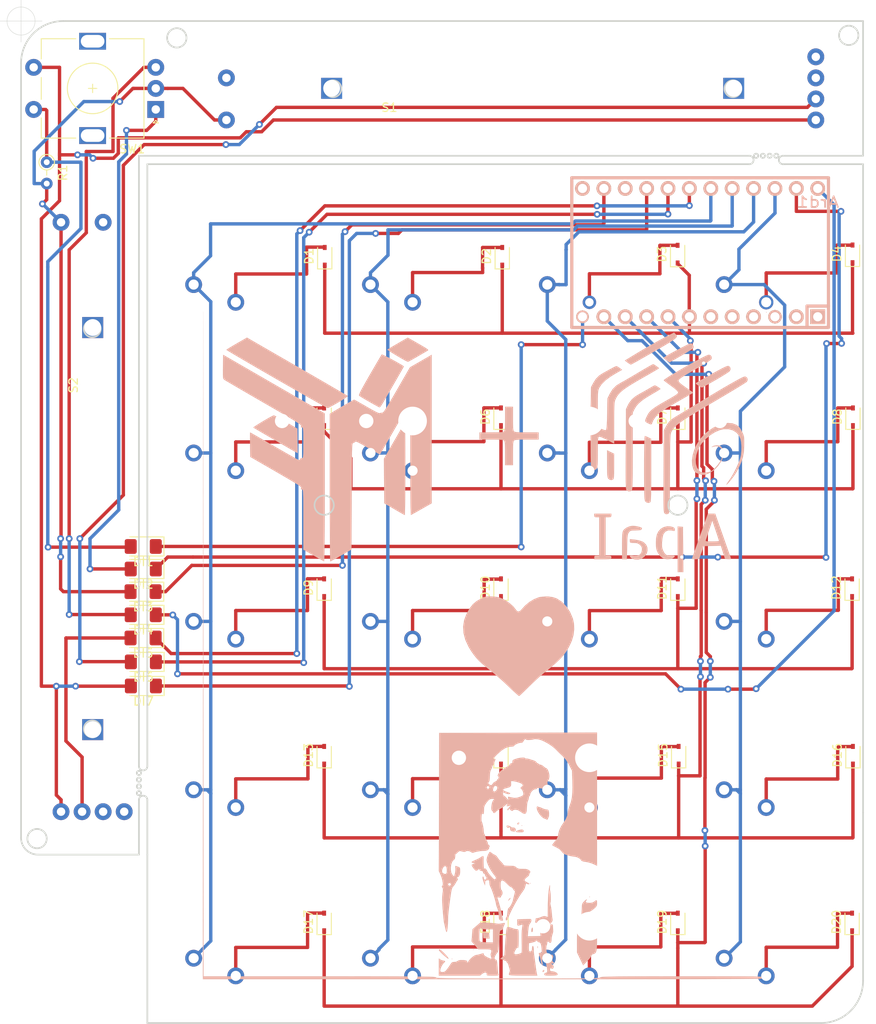
<source format=kicad_pcb>
(kicad_pcb (version 20171130) (host pcbnew "(5.1.0)-1")
  (layers (0 F.Cu signal) (31 B.Cu signal) (34 B.Paste user) (35 F.Paste user) (36 B.SilkS user) (37 F.SilkS user) (38 B.Mask user) (39 F.Mask user) (44 Edge.Cuts user))
  (net 0 "")
  (net 1 C4)
  (net 2 C3)
  (net 3 C2)
  (net 4 C1)
  (net 5 R2)
  (net 6 R1)
  (net 7 R3)
  (net 8 R4)
  (net 9 R5)
  (net 10 "Net-(Ard1-Pad1)")
  (net 11 "Net-(Ard1-Pad2)")
  (net 12 EnGNDC1)
  (net 13 "Net-(Ard1-Pad4)")
  (net 14 "Net-(Ard1-Pad5)")
  (net 15 "Net-(Ard1-Pad6)")
  (net 16 SwEn2)
  (net 17 "Net-(Ard1-Pad24)")
  (net 18 "Net-(Ard1-Pad22)")
  (net 19 S1)
  (net 20 S2)
  (net 21 S2-2)
  (net 22 EnPWMA)
  (net 23 EnPWMB)
  (net 24 "Net-(S1-Pad6)")
  (net 25 "Net-(S1-Pad4)")
  (net 26 "Net-(S1-Pad3)")
  (net 27 "Net-(S2-Pad3)")
  (net 28 "Net-(S2-Pad4)")
  (net 29 "Net-(S2-Pad6)")
  (net 30 "Net-(Ard1-Pad3)")
  (net 31 "Net-(D1-Pad2)")
  (net 32 "Net-(D2-Pad2)")
  (net 33 "Net-(D3-Pad2)")
  (net 34 "Net-(D4-Pad2)")
  (net 35 "Net-(D5-Pad2)")
  (net 36 "Net-(D6-Pad2)")
  (net 37 "Net-(D7-Pad2)")
  (net 38 "Net-(D8-Pad2)")
  (net 39 "Net-(D9-Pad2)")
  (net 40 "Net-(D10-Pad2)")
  (net 41 "Net-(D11-Pad2)")
  (net 42 "Net-(D12-Pad2)")
  (net 43 "Net-(D13-Pad2)")
  (net 44 "Net-(D14-Pad2)")
  (net 45 "Net-(D15-Pad2)")
  (net 46 "Net-(D16-Pad2)")
  (net 47 "Net-(D17-Pad2)")
  (net 48 "Net-(D18-Pad2)")
  (net 49 "Net-(D19-Pad2)")
  (net 50 "Net-(D20-Pad2)")
  (net 51 "Net-(DI1-Pad2)")
  (net 52 "Net-(DI2-Pad2)")
  (net 53 "Net-(DI4-Pad2)")
  (net 54 "Net-(DI5-Pad2)")
  (net 55 "Net-(DI6-Pad2)")
  (module Schematic2:AI_MF_D11Neg (layer B.Cu) (at 85.09 104.14 180)
    (fp_text reference G*** hide)
    (fp_text value LOGO hide)
  )
  (module Keebio-Parts:Kailh-PG1350-1u-No-Clickhole-No-LED (layer F.Cu) (at 76.47 137.47)
    (fp_text reference U18)
    (fp_text value Kailhlowprofile hide)
    (pad "" np_thru_hole circle (at 0 0 180) (size 3.4 3.4) (drill 3.4) (layers *.Cu))
    (pad 1 thru_hole circle (at 0 5.9 180) (size 2 2) (drill 1.2) (layers *.Cu *.Mask) (net 48 "Net-(D18-Pad2)"))
    (pad 2 thru_hole circle (at -5 3.8 41.9) (size 2 2) (drill 1.2) (layers *.Cu *.Mask) (net 3 C2))
    (pad "" np_thru_hole circle (at -5.5 0 180) (size 1.7 1.7) (drill 1.7) (layers *.Cu))
    (pad "" np_thru_hole circle (at 5.5 0 180) (size 1.7 1.7) (drill 1.7) (layers *.Cu))
  )
  (module Keebio-Parts:Kailh-PG1350-1u-No-Clickhole-No-LED (layer F.Cu) (at 55.47 137.47)
    (fp_text reference U17)
    (fp_text value Kailhlowprofile hide)
    (pad "" np_thru_hole circle (at 0 0 180) (size 3.4 3.4) (drill 3.4) (layers *.Cu))
    (pad 1 thru_hole circle (at 0 5.9 180) (size 2 2) (drill 1.2) (layers *.Cu *.Mask) (net 47 "Net-(D17-Pad2)"))
    (pad 2 thru_hole circle (at -5 3.8 41.9) (size 2 2) (drill 1.2) (layers *.Cu *.Mask) (net 4 C1))
    (pad "" np_thru_hole circle (at -5.5 0 180) (size 1.7 1.7) (drill 1.7) (layers *.Cu))
    (pad "" np_thru_hole circle (at 5.5 0 180) (size 1.7 1.7) (drill 1.7) (layers *.Cu))
  )
  (module Keebio-Parts:Kailh-PG1350-1u-No-Clickhole-No-LED (layer F.Cu) (at 97.47 137.47)
    (fp_text reference U19)
    (fp_text value Kailhlowprofile hide)
    (pad "" np_thru_hole circle (at 0 0 180) (size 3.4 3.4) (drill 3.4) (layers *.Cu))
    (pad 1 thru_hole circle (at 0 5.9 180) (size 2 2) (drill 1.2) (layers *.Cu *.Mask) (net 49 "Net-(D19-Pad2)"))
    (pad 2 thru_hole circle (at -5 3.8 41.9) (size 2 2) (drill 1.2) (layers *.Cu *.Mask) (net 2 C3))
    (pad "" np_thru_hole circle (at -5.5 0 180) (size 1.7 1.7) (drill 1.7) (layers *.Cu))
    (pad "" np_thru_hole circle (at 5.5 0 180) (size 1.7 1.7) (drill 1.7) (layers *.Cu))
  )
  (module Keebio-Parts:Kailh-PG1350-1u-No-Clickhole-No-LED (layer F.Cu) (at 118.47 137.47)
    (fp_text reference U20)
    (fp_text value Kailhlowprofile hide)
    (pad "" np_thru_hole circle (at 0 0 180) (size 3.4 3.4) (drill 3.4) (layers *.Cu))
    (pad 1 thru_hole circle (at 0 5.9 180) (size 2 2) (drill 1.2) (layers *.Cu *.Mask) (net 50 "Net-(D20-Pad2)"))
    (pad 2 thru_hole circle (at -5 3.8 41.9) (size 2 2) (drill 1.2) (layers *.Cu *.Mask) (net 1 C4))
    (pad "" np_thru_hole circle (at -5.5 0 180) (size 1.7 1.7) (drill 1.7) (layers *.Cu))
    (pad "" np_thru_hole circle (at 5.5 0 180) (size 1.7 1.7) (drill 1.7) (layers *.Cu))
  )
  (module Diode_SMD:D_SOD-323 (layer F.Cu) (at 86.97 136.97 90)
    (fp_text reference D18 (at 0 -1.85 90) (layer F.SilkS))
    (fp_text value 1N4148WS)
    (pad 2 smd rect (at 1.05 0 90) (size 0.6 0.45) (layers F.Cu F.Paste F.Mask) (net 48 "Net-(D18-Pad2)"))
    (pad 1 smd rect (at -1.05 0 90) (size 0.6 0.45) (layers F.Cu F.Paste F.Mask) (net 9 R5))
  )
  (module Diode_SMD:D_SOD-323 (layer F.Cu) (at 107.97 136.97 90)
    (fp_text reference D19 (at 0 -1.85 90) (layer F.SilkS))
    (fp_text value 1N4148WS)
    (pad 2 smd rect (at 1.05 0 90) (size 0.6 0.45) (layers F.Cu F.Paste F.Mask) (net 49 "Net-(D19-Pad2)"))
    (pad 1 smd rect (at -1.05 0 90) (size 0.6 0.45) (layers F.Cu F.Paste F.Mask) (net 9 R5))
  )
  (module Diode_SMD:D_SOD-323 (layer F.Cu) (at 128.67 136.97 90)
    (fp_text reference D20 (at 0 -1.85 90) (layer F.SilkS))
    (fp_text value 1N4148WS)
    (pad 2 smd rect (at 1.05 0 90) (size 0.6 0.45) (layers F.Cu F.Paste F.Mask) (net 50 "Net-(D20-Pad2)"))
    (pad 1 smd rect (at -1.05 0 90) (size 0.6 0.45) (layers F.Cu F.Paste F.Mask) (net 9 R5))
  )
  (module Diode_SMD:D_SOD-323 (layer F.Cu) (at 65.97 136.97 90)
    (fp_text reference D17 (at 0 -1.85 90) (layer F.SilkS))
    (fp_text value 1N4148WS)
    (pad 2 smd rect (at 1.05 0 90) (size 0.6 0.45) (layers F.Cu F.Paste F.Mask) (net 47 "Net-(D17-Pad2)"))
    (pad 1 smd rect (at -1.05 0 90) (size 0.6 0.45) (layers F.Cu F.Paste F.Mask) (net 9 R5))
  )
  (module Keebio-Parts:Kailh-PG1350-1u-No-Clickhole-No-LED (layer F.Cu) (at 55.47 117.47)
    (fp_text reference U13)
    (fp_text value Kailhlowprofile hide)
    (pad "" np_thru_hole circle (at 0 0 180) (size 3.4 3.4) (drill 3.4) (layers *.Cu))
    (pad 1 thru_hole circle (at 0 5.9 180) (size 2 2) (drill 1.2) (layers *.Cu *.Mask) (net 43 "Net-(D13-Pad2)"))
    (pad 2 thru_hole circle (at -5 3.8 41.9) (size 2 2) (drill 1.2) (layers *.Cu *.Mask) (net 4 C1))
    (pad "" np_thru_hole circle (at -5.5 0 180) (size 1.7 1.7) (drill 1.7) (layers *.Cu))
    (pad "" np_thru_hole circle (at 5.5 0 180) (size 1.7 1.7) (drill 1.7) (layers *.Cu))
  )
  (module Keebio-Parts:Kailh-PG1350-1u-No-Clickhole-No-LED (layer F.Cu) (at 118.47 117.47)
    (fp_text reference U16)
    (fp_text value Kailhlowprofile hide)
    (pad "" np_thru_hole circle (at 0 0 180) (size 3.4 3.4) (drill 3.4) (layers *.Cu))
    (pad 1 thru_hole circle (at 0 5.9 180) (size 2 2) (drill 1.2) (layers *.Cu *.Mask) (net 46 "Net-(D16-Pad2)"))
    (pad 2 thru_hole circle (at -5 3.8 41.9) (size 2 2) (drill 1.2) (layers *.Cu *.Mask) (net 1 C4))
    (pad "" np_thru_hole circle (at -5.5 0 180) (size 1.7 1.7) (drill 1.7) (layers *.Cu))
    (pad "" np_thru_hole circle (at 5.5 0 180) (size 1.7 1.7) (drill 1.7) (layers *.Cu))
  )
  (module Keebio-Parts:Kailh-PG1350-1u-No-Clickhole-No-LED (layer F.Cu) (at 118.47 97.47)
    (fp_text reference U12)
    (fp_text value Kailhlowprofile hide)
    (pad "" np_thru_hole circle (at 0 0 180) (size 3.4 3.4) (drill 3.4) (layers *.Cu))
    (pad 1 thru_hole circle (at 0 5.9 180) (size 2 2) (drill 1.2) (layers *.Cu *.Mask) (net 42 "Net-(D12-Pad2)"))
    (pad 2 thru_hole circle (at -5 3.8 41.9) (size 2 2) (drill 1.2) (layers *.Cu *.Mask) (net 1 C4))
    (pad "" np_thru_hole circle (at -5.5 0 180) (size 1.7 1.7) (drill 1.7) (layers *.Cu))
    (pad "" np_thru_hole circle (at 5.5 0 180) (size 1.7 1.7) (drill 1.7) (layers *.Cu))
  )
  (module Keebio-Parts:Kailh-PG1350-1u-No-Clickhole-No-LED (layer F.Cu) (at 76.47 117.47)
    (fp_text reference U14)
    (fp_text value Kailhlowprofile hide)
    (pad "" np_thru_hole circle (at 0 0 180) (size 3.4 3.4) (drill 3.4) (layers *.Cu))
    (pad 1 thru_hole circle (at 0 5.9 180) (size 2 2) (drill 1.2) (layers *.Cu *.Mask) (net 44 "Net-(D14-Pad2)"))
    (pad 2 thru_hole circle (at -5 3.8 41.9) (size 2 2) (drill 1.2) (layers *.Cu *.Mask) (net 3 C2))
    (pad "" np_thru_hole circle (at -5.5 0 180) (size 1.7 1.7) (drill 1.7) (layers *.Cu))
    (pad "" np_thru_hole circle (at 5.5 0 180) (size 1.7 1.7) (drill 1.7) (layers *.Cu))
  )
  (module Keebio-Parts:Kailh-PG1350-1u-No-Clickhole-No-LED (layer F.Cu) (at 97.47 117.47)
    (fp_text reference U15)
    (fp_text value Kailhlowprofile hide)
    (pad "" np_thru_hole circle (at 0 0 180) (size 3.4 3.4) (drill 3.4) (layers *.Cu))
    (pad 1 thru_hole circle (at 0 5.9 180) (size 2 2) (drill 1.2) (layers *.Cu *.Mask) (net 45 "Net-(D15-Pad2)"))
    (pad 2 thru_hole circle (at -5 3.8 41.9) (size 2 2) (drill 1.2) (layers *.Cu *.Mask) (net 2 C3))
    (pad "" np_thru_hole circle (at -5.5 0 180) (size 1.7 1.7) (drill 1.7) (layers *.Cu))
    (pad "" np_thru_hole circle (at 5.5 0 180) (size 1.7 1.7) (drill 1.7) (layers *.Cu))
  )
  (module Keebio-Parts:Kailh-PG1350-1u-No-Clickhole-No-LED (layer F.Cu) (at 118.47 77.47)
    (fp_text reference U8)
    (fp_text value Kailhlowprofile hide)
    (pad "" np_thru_hole circle (at 0 0 180) (size 3.4 3.4) (drill 3.4) (layers *.Cu))
    (pad 1 thru_hole circle (at 0 5.9 180) (size 2 2) (drill 1.2) (layers *.Cu *.Mask) (net 38 "Net-(D8-Pad2)"))
    (pad 2 thru_hole circle (at -5 3.8 41.9) (size 2 2) (drill 1.2) (layers *.Cu *.Mask) (net 1 C4))
    (pad "" np_thru_hole circle (at -5.5 0 180) (size 1.7 1.7) (drill 1.7) (layers *.Cu))
    (pad "" np_thru_hole circle (at 5.5 0 180) (size 1.7 1.7) (drill 1.7) (layers *.Cu))
  )
  (module Keebio-Parts:Kailh-PG1350-1u-No-Clickhole-No-LED (layer F.Cu) (at 97.47 57.47)
    (fp_text reference U3)
    (fp_text value Kailhlowprofile hide)
    (pad "" np_thru_hole circle (at 0 0 180) (size 3.4 3.4) (drill 3.4) (layers *.Cu))
    (pad 1 thru_hole circle (at 0 5.9 180) (size 1.6 1.6) (drill 1) (layers *.Cu *.Mask) (net 33 "Net-(D3-Pad2)"))
    (pad 2 thru_hole circle (at -5 3.8 41.9) (size 2 2) (drill 1.2) (layers *.Cu *.Mask) (net 2 C3))
    (pad "" np_thru_hole circle (at -5.5 0 180) (size 1.7 1.7) (drill 1.7) (layers *.Cu))
    (pad "" np_thru_hole circle (at 5.5 0 180) (size 1.7 1.7) (drill 1.7) (layers *.Cu))
  )
  (module Keebio-Parts:Kailh-PG1350-1u-No-Clickhole-No-LED (layer F.Cu) (at 55.47 97.47)
    (fp_text reference U9)
    (fp_text value Kailhlowprofile hide)
    (pad "" np_thru_hole circle (at 0 0 180) (size 3.4 3.4) (drill 3.4) (layers *.Cu))
    (pad 1 thru_hole circle (at 0 5.9 180) (size 2 2) (drill 1.2) (layers *.Cu *.Mask) (net 39 "Net-(D9-Pad2)"))
    (pad 2 thru_hole circle (at -5 3.8 41.9) (size 2 2) (drill 1.2) (layers *.Cu *.Mask) (net 4 C1))
    (pad "" np_thru_hole circle (at -5.5 0 180) (size 1.7 1.7) (drill 1.7) (layers *.Cu))
    (pad "" np_thru_hole circle (at 5.5 0 180) (size 1.7 1.7) (drill 1.7) (layers *.Cu))
  )
  (module Rotary_Encoder:RotaryEncoder_Alps_EC11E-Switch_Vertical_H20mm (layer F.Cu) (at 45.97 40.47 180)
    (fp_text reference SW1 (at 2.8 -4.7 180) (layer F.SilkS))
    (fp_text value Rotary_Encoder_Switch)
    (pad S1 thru_hole circle (at 14.5 5 180) (size 2 2) (drill 1) (layers *.Cu *.Mask) (net 19 S1))
    (pad S2 thru_hole circle (at 14.5 0 180) (size 2 2) (drill 1) (layers *.Cu *.Mask) (net 51 "Net-(DI1-Pad2)"))
    (pad MP thru_hole rect (at 7.5 8.1 180) (size 3.2 2) (drill oval 2.8 1.5) (layers *.Cu *.Mask))
    (pad MP thru_hole rect (at 7.5 -3.1 180) (size 3.2 2) (drill oval 2.8 1.5) (layers *.Cu *.Mask))
    (pad B thru_hole circle (at 0 5 180) (size 2 2) (drill 1) (layers *.Cu *.Mask) (net 53 "Net-(DI4-Pad2)"))
    (pad C thru_hole circle (at 0 2.5 180) (size 2 2) (drill 1) (layers *.Cu *.Mask) (net 12 EnGNDC1))
    (pad A thru_hole rect (at 0 0 180) (size 2 2) (drill 1) (layers *.Cu *.Mask) (net 52 "Net-(DI2-Pad2)"))
  )
  (module Keebio-Parts:Kailh-PG1350-1u-No-Clickhole-No-LED (layer F.Cu) (at 55.47 77.47)
    (fp_text reference U5)
    (fp_text value Kailhlowprofile hide)
    (pad "" np_thru_hole circle (at 0 0 180) (size 3.4 3.4) (drill 3.4) (layers *.Cu))
    (pad 1 thru_hole circle (at 0 5.9 180) (size 2 2) (drill 1.2) (layers *.Cu *.Mask) (net 35 "Net-(D5-Pad2)"))
    (pad 2 thru_hole circle (at -5 3.8 41.9) (size 2 2) (drill 1.2) (layers *.Cu *.Mask) (net 4 C1))
    (pad "" np_thru_hole circle (at -5.5 0 180) (size 1.7 1.7) (drill 1.7) (layers *.Cu))
    (pad "" np_thru_hole circle (at 5.5 0 180) (size 1.7 1.7) (drill 1.7) (layers *.Cu))
  )
  (module Keebio-Parts:Kailh-PG1350-1u-No-Clickhole-No-LED (layer F.Cu) (at 97.47 97.47)
    (fp_text reference U11)
    (fp_text value Kailhlowprofile hide)
    (pad "" np_thru_hole circle (at 0 0 180) (size 3.4 3.4) (drill 3.4) (layers *.Cu))
    (pad 1 thru_hole circle (at 0 5.9 180) (size 2 2) (drill 1.2) (layers *.Cu *.Mask) (net 41 "Net-(D11-Pad2)"))
    (pad 2 thru_hole circle (at -5 3.8 41.9) (size 2 2) (drill 1.2) (layers *.Cu *.Mask) (net 2 C3))
    (pad "" np_thru_hole circle (at -5.5 0 180) (size 1.7 1.7) (drill 1.7) (layers *.Cu))
    (pad "" np_thru_hole circle (at 5.5 0 180) (size 1.7 1.7) (drill 1.7) (layers *.Cu))
  )
  (module Keebio-Parts:Kailh-PG1350-1u-No-Clickhole-No-LED (layer F.Cu) (at 55.47 57.47)
    (fp_text reference U1)
    (fp_text value Kailhlowprofile hide)
    (pad "" np_thru_hole circle (at 0 0 180) (size 3.4 3.4) (drill 3.4) (layers *.Cu))
    (pad 1 thru_hole circle (at 0 5.9 180) (size 2 2) (drill 1.2) (layers *.Cu *.Mask) (net 31 "Net-(D1-Pad2)"))
    (pad 2 thru_hole circle (at -5 3.8 41.9) (size 2 2) (drill 1.2) (layers *.Cu *.Mask) (net 4 C1))
    (pad "" np_thru_hole circle (at -5.5 0 180) (size 1.7 1.7) (drill 1.7) (layers *.Cu))
    (pad "" np_thru_hole circle (at 5.5 0 180) (size 1.7 1.7) (drill 1.7) (layers *.Cu))
  )
  (module Keebio-Parts:Kailh-PG1350-1u-No-Clickhole-No-LED (layer F.Cu) (at 76.47 97.47)
    (fp_text reference U10)
    (fp_text value Kailhlowprofile hide)
    (pad "" np_thru_hole circle (at 0 0 180) (size 3.4 3.4) (drill 3.4) (layers *.Cu))
    (pad 1 thru_hole circle (at 0 5.9 180) (size 2 2) (drill 1.2) (layers *.Cu *.Mask) (net 40 "Net-(D10-Pad2)"))
    (pad 2 thru_hole circle (at -5 3.8 41.9) (size 2 2) (drill 1.2) (layers *.Cu *.Mask) (net 3 C2))
    (pad "" np_thru_hole circle (at -5.5 0 180) (size 1.7 1.7) (drill 1.7) (layers *.Cu))
    (pad "" np_thru_hole circle (at 5.5 0 180) (size 1.7 1.7) (drill 1.7) (layers *.Cu))
  )
  (module Diode_SMD:D_1206_3216Metric_Pad1.42x1.75mm_HandSolder (layer F.Cu) (at 44.4825 100.49 180)
    (fp_text reference DI4 (at 0 -1.82 180) (layer F.SilkS))
    (fp_text value 1N4448WS)
    (pad 2 smd roundrect (at 1.4875 0 180) (size 1.425 1.75) (layers F.Cu F.Paste F.Mask) (roundrect_rratio 0.175439) (net 53 "Net-(DI4-Pad2)"))
    (pad 1 smd roundrect (at -1.4875 0 180) (size 1.425 1.75) (layers F.Cu F.Paste F.Mask) (roundrect_rratio 0.175439) (net 23 EnPWMB))
  )
  (module Diode_SMD:D_1206_3216Metric_Pad1.42x1.75mm_HandSolder (layer F.Cu) (at 44.5025 108.94 180)
    (fp_text reference DI7 (at 0 -1.82 180) (layer F.SilkS))
    (fp_text value 1N4448WS)
    (pad 2 smd roundrect (at 1.4875 0 180) (size 1.425 1.75) (layers F.Cu F.Paste F.Mask) (roundrect_rratio 0.175439) (net 19 S1))
    (pad 1 smd roundrect (at -1.4875 0 180) (size 1.425 1.75) (layers F.Cu F.Paste F.Mask) (roundrect_rratio 0.175439) (net 19 S1))
  )
  (module Diode_SMD:D_1206_3216Metric_Pad1.42x1.75mm_HandSolder (layer F.Cu) (at 44.4625 103.24 180)
    (fp_text reference DI5 (at 0 -1.82 180) (layer F.SilkS))
    (fp_text value 1N4448WS)
    (pad 2 smd roundrect (at 1.4875 0 180) (size 1.425 1.75) (layers F.Cu F.Paste F.Mask) (roundrect_rratio 0.175439) (net 54 "Net-(DI5-Pad2)"))
    (pad 1 smd roundrect (at -1.4875 0 180) (size 1.425 1.75) (layers F.Cu F.Paste F.Mask) (roundrect_rratio 0.175439) (net 21 S2-2))
  )
  (module Diode_SMD:D_1206_3216Metric_Pad1.42x1.75mm_HandSolder (layer F.Cu) (at 44.4975 106.08 180)
    (fp_text reference DI6 (at 0 -1.82 180) (layer F.SilkS))
    (fp_text value 1N4448WS)
    (pad 2 smd roundrect (at 1.4875 0 180) (size 1.425 1.75) (layers F.Cu F.Paste F.Mask) (roundrect_rratio 0.175439) (net 55 "Net-(DI6-Pad2)"))
    (pad 1 smd roundrect (at -1.4875 0 180) (size 1.425 1.75) (layers F.Cu F.Paste F.Mask) (roundrect_rratio 0.175439) (net 20 S2))
  )
  (module Keebio-Parts:Kailh-PG1350-1u-No-Clickhole-No-LED (layer F.Cu) (at 118.47 57.47)
    (fp_text reference U4)
    (fp_text value Kailhlowprofile hide)
    (pad "" np_thru_hole circle (at 0 0 180) (size 3.4 3.4) (drill 3.4) (layers *.Cu))
    (pad 1 thru_hole circle (at 0 5.9 180) (size 1.7 1.7) (drill 1.2) (layers *.Cu *.Mask) (net 34 "Net-(D4-Pad2)"))
    (pad 2 thru_hole circle (at -5 3.8 41.9) (size 2 2) (drill 1.2) (layers *.Cu *.Mask) (net 1 C4))
    (pad "" np_thru_hole circle (at -5.5 0 180) (size 1.7 1.7) (drill 1.7) (layers *.Cu))
    (pad "" np_thru_hole circle (at 5.5 0 180) (size 1.7 1.7) (drill 1.7) (layers *.Cu))
  )
  (module Keebio-Parts:Kailh-PG1350-1u-No-Clickhole-No-LED (layer F.Cu) (at 97.47 77.47)
    (fp_text reference U7)
    (fp_text value Kailhlowprofile hide)
    (pad "" np_thru_hole circle (at 0 0 180) (size 3.4 3.4) (drill 3.4) (layers *.Cu))
    (pad 1 thru_hole circle (at 0 5.9 180) (size 2 2) (drill 1.2) (layers *.Cu *.Mask) (net 37 "Net-(D7-Pad2)"))
    (pad 2 thru_hole circle (at -5 3.8 41.9) (size 2 2) (drill 1.2) (layers *.Cu *.Mask) (net 2 C3))
    (pad "" np_thru_hole circle (at -5.5 0 180) (size 1.7 1.7) (drill 1.7) (layers *.Cu))
    (pad "" np_thru_hole circle (at 5.5 0 180) (size 1.7 1.7) (drill 1.7) (layers *.Cu))
  )
  (module Keebio-Parts:Kailh-PG1350-1u-No-Clickhole-No-LED (layer F.Cu) (at 76.47 77.47)
    (fp_text reference U6)
    (fp_text value Kailhlowprofile hide)
    (pad "" np_thru_hole circle (at 0 0 180) (size 3.4 3.4) (drill 3.4) (layers *.Cu))
    (pad 1 thru_hole circle (at 0 5.9 180) (size 2 2) (drill 1.2) (layers *.Cu *.Mask) (net 36 "Net-(D6-Pad2)"))
    (pad 2 thru_hole circle (at -5 3.8 41.9) (size 2 2) (drill 1.2) (layers *.Cu *.Mask) (net 3 C2))
    (pad "" np_thru_hole circle (at -5.5 0 180) (size 1.7 1.7) (drill 1.7) (layers *.Cu))
    (pad "" np_thru_hole circle (at 5.5 0 180) (size 1.7 1.7) (drill 1.7) (layers *.Cu))
  )
  (module Resistor_THT:R_Axial_DIN0204_L3.6mm_D1.6mm_P2.54mm_Vertical (layer F.Cu) (at 33.018 46.734 270)
    (fp_text reference R1 (at 1.27 -1.92 270) (layer F.SilkS))
    (fp_text value R)
    (pad 1 thru_hole circle (at 0 0 270) (size 1.4 1.4) (drill 0.7) (layers *.Cu *.Mask) (net 51 "Net-(DI1-Pad2)"))
    (pad 2 thru_hole oval (at 2.54 0 270) (size 1.4 1.4) (drill 0.7) (layers *.Cu *.Mask) (net 12 EnGNDC1))
  )
  (module alps_slider:ALPS-Slider (layer F.Cu) (at 38.48 66.37 90)
    (fp_text reference S2 (at -6.858 -2.286 90) (layer F.SilkS))
    (fp_text value Slider_ALPS)
    (fp_circle (center -47.658001 -0.050976) (end -48.658001 -0.050976) (layer Edge.Cuts) (width 0.2))
    (fp_circle (center -0.158001 -0.050976) (end -1.158001 -0.050976) (layer Edge.Cuts) (width 0.2))
    (pad Hole1 thru_hole rect (at -47.752 0 90) (size 2.5 2.5) (drill oval 2) (layers *.Cu *.Mask))
    (pad 6 thru_hole circle (at 12.5 1.24 90) (size 2 2) (drill 1) (layers *.Cu *.Mask) (net 29 "Net-(S2-Pad6)"))
    (pad 5 thru_hole circle (at 12.5 -3.76 90) (size 2 2) (drill 1) (layers *.Cu *.Mask) (net 12 EnGNDC1))
    (pad 4 thru_hole circle (at -57.5 3.74 90) (size 2 2) (drill 1) (layers *.Cu *.Mask) (net 28 "Net-(S2-Pad4)"))
    (pad 3 thru_hole circle (at -57.5 1.24 90) (size 2 2) (drill 1) (layers *.Cu *.Mask) (net 27 "Net-(S2-Pad3)"))
    (pad 2 thru_hole circle (at -57.5 -1.26 90) (size 2 2) (drill 1) (layers *.Cu *.Mask) (net 54 "Net-(DI5-Pad2)"))
    (pad 1 thru_hole circle (at -57.5 -3.76 90) (size 2 2) (drill 1) (layers *.Cu *.Mask) (net 19 S1))
    (pad Hole1 thru_hole rect (at 0 0 90) (size 2.5 2.5) (drill oval 2) (layers *.Cu *.Mask))
  )
  (module Keebio-Parts:Kailh-PG1350-1u-No-Clickhole-No-LED (layer F.Cu) (at 76.47 57.47)
    (fp_text reference U2)
    (fp_text value Kailhlowprofile hide)
    (pad "" np_thru_hole circle (at 0 0 180) (size 3.4 3.4) (drill 3.4) (layers *.Cu))
    (pad 1 thru_hole circle (at 0 5.9 180) (size 2 2) (drill 1.2) (layers *.Cu *.Mask) (net 32 "Net-(D2-Pad2)"))
    (pad 2 thru_hole circle (at -5 3.8 41.9) (size 2 2) (drill 1.2) (layers *.Cu *.Mask) (net 3 C2))
    (pad "" np_thru_hole circle (at -5.5 0 180) (size 1.7 1.7) (drill 1.7) (layers *.Cu))
    (pad "" np_thru_hole circle (at 5.5 0 180) (size 1.7 1.7) (drill 1.7) (layers *.Cu))
  )
  (module Diode_SMD:D_SOD-323 (layer F.Cu) (at 66.038 57.91 90)
    (fp_text reference D1 (at 0 -1.85 90) (layer F.SilkS))
    (fp_text value 1N4148WS)
    (pad 2 smd rect (at 1.05 0 90) (size 0.6 0.45) (layers F.Cu F.Paste F.Mask) (net 31 "Net-(D1-Pad2)"))
    (pad 1 smd rect (at -1.05 0 90) (size 0.6 0.45) (layers F.Cu F.Paste F.Mask) (net 6 R1))
  )
  (module Diode_SMD:D_SOD-323 (layer F.Cu) (at 128.72 57.62 90)
    (fp_text reference D4 (at 0 -1.85 90) (layer F.SilkS))
    (fp_text value 1N4148WS)
    (pad 2 smd rect (at 1.05 0 90) (size 0.6 0.45) (layers F.Cu F.Paste F.Mask) (net 34 "Net-(D4-Pad2)"))
    (pad 1 smd rect (at -1.05 0 90) (size 0.6 0.45) (layers F.Cu F.Paste F.Mask) (net 6 R1))
  )
  (module Diode_SMD:D_SOD-323 (layer F.Cu) (at 87.12 57.91 90)
    (fp_text reference D2 (at 0 -1.85 90) (layer F.SilkS))
    (fp_text value 1N4148WS)
    (pad 2 smd rect (at 1.05 0 90) (size 0.6 0.45) (layers F.Cu F.Paste F.Mask) (net 32 "Net-(D2-Pad2)"))
    (pad 1 smd rect (at -1.05 0 90) (size 0.6 0.45) (layers F.Cu F.Paste F.Mask) (net 6 R1))
  )
  (module keebs:Pro_Micro (layer B.Cu) (at 124.59 49.85 180)
    (fp_text reference Ard1 (at 0 -1.625 180) (layer B.SilkS) (effects (font (size 1.27 1.524) (thickness 0.2032)) (justify mirror)))
    (fp_text value ProMicro hide)
    (pad 13 thru_hole circle (at 0 0 180) (size 1.7526 1.7526) (drill 1.0922) (layers *.Cu *.SilkS *.Mask) (net 23 EnPWMB))
    (pad 14 thru_hole circle (at 2.54 0 180) (size 1.7526 1.7526) (drill 1.0922) (layers *.Cu *.SilkS *.Mask) (net 22 EnPWMA))
    (pad 15 thru_hole circle (at 5.08 0 180) (size 1.7526 1.7526) (drill 1.0922) (layers *.Cu *.SilkS *.Mask) (net 1 C4))
    (pad 16 thru_hole circle (at 7.62 0 180) (size 1.7526 1.7526) (drill 1.0922) (layers *.Cu *.SilkS *.Mask) (net 2 C3))
    (pad 17 thru_hole circle (at 10.16 0 180) (size 1.7526 1.7526) (drill 1.0922) (layers *.Cu *.SilkS *.Mask) (net 3 C2))
    (pad 18 thru_hole circle (at 12.7 0 180) (size 1.7526 1.7526) (drill 1.0922) (layers *.Cu *.SilkS *.Mask) (net 4 C1))
    (pad 19 thru_hole circle (at 15.24 0 180) (size 1.7526 1.7526) (drill 1.0922) (layers *.Cu *.SilkS *.Mask) (net 21 S2-2))
    (pad 20 thru_hole circle (at 17.78 0 180) (size 1.7526 1.7526) (drill 1.0922) (layers *.Cu *.SilkS *.Mask) (net 20 S2))
    (pad 21 thru_hole circle (at 20.32 0 180) (size 1.7526 1.7526) (drill 1.0922) (layers *.Cu *.SilkS *.Mask) (net 19 S1))
    (pad 22 thru_hole circle (at 22.86 0 180) (size 1.7526 1.7526) (drill 1.0922) (layers *.Cu *.SilkS *.Mask) (net 18 "Net-(Ard1-Pad22)"))
    (pad 23 thru_hole circle (at 25.4 0 180) (size 1.7526 1.7526) (drill 1.0922) (layers *.Cu *.SilkS *.Mask) (net 12 EnGNDC1))
    (pad 24 thru_hole circle (at 27.94 0 180) (size 1.7526 1.7526) (drill 1.0922) (layers *.Cu *.SilkS *.Mask) (net 17 "Net-(Ard1-Pad24)"))
    (pad 12 thru_hole circle (at 27.94 -15.24 180) (size 1.5 1.5) (drill 1.0922) (layers *.Cu *.SilkS *.Mask) (net 16 SwEn2))
    (pad 11 thru_hole circle (at 25.4 -15.24 180) (size 1.7526 1.7526) (drill 1.0922) (layers *.Cu *.SilkS *.Mask) (net 9 R5))
    (pad 10 thru_hole circle (at 22.86 -15.24 180) (size 1.7526 1.7526) (drill 1.0922) (layers *.Cu *.SilkS *.Mask) (net 8 R4))
    (pad 9 thru_hole circle (at 20.32 -15.24 180) (size 1.7526 1.7526) (drill 1.0922) (layers *.Cu *.SilkS *.Mask) (net 7 R3))
    (pad 8 thru_hole circle (at 17.78 -15.24 180) (size 1.7526 1.7526) (drill 1.0922) (layers *.Cu *.SilkS *.Mask) (net 5 R2))
    (pad 7 thru_hole circle (at 15.24 -15.24 180) (size 1.7526 1.7526) (drill 1.0922) (layers *.Cu *.SilkS *.Mask) (net 6 R1))
    (pad 6 thru_hole circle (at 12.7 -15.24 180) (size 1.7526 1.7526) (drill 1.0922) (layers *.Cu *.SilkS *.Mask) (net 15 "Net-(Ard1-Pad6)"))
    (pad 5 thru_hole circle (at 10.16 -15.24 180) (size 1.7526 1.7526) (drill 1.0922) (layers *.Cu *.SilkS *.Mask) (net 14 "Net-(Ard1-Pad5)"))
    (pad 4 thru_hole circle (at 7.62 -15.24 180) (size 1.7526 1.7526) (drill 1.0922) (layers *.Cu *.SilkS *.Mask) (net 13 "Net-(Ard1-Pad4)"))
    (pad 3 thru_hole circle (at 5.08 -15.24 180) (size 1.6 1.6) (drill 1.0922) (layers *.Cu *.SilkS *.Mask) (net 30 "Net-(Ard1-Pad3)"))
    (pad 2 thru_hole circle (at 2.54 -15.24 180) (size 1.7526 1.7526) (drill 1.0922) (layers *.Cu *.SilkS *.Mask) (net 11 "Net-(Ard1-Pad2)"))
    (pad 1 thru_hole rect (at 0 -15.24 180) (size 1.7526 1.7526) (drill 1.0922) (layers *.Cu *.SilkS *.Mask) (net 10 "Net-(Ard1-Pad1)"))
  )
  (module Diode_SMD:D_SOD-323 (layer F.Cu) (at 107.948 57.656 90)
    (fp_text reference D3 (at 0 -1.85 90) (layer F.SilkS))
    (fp_text value 1N4148WS)
    (pad 2 smd rect (at 1.05 0 90) (size 0.6 0.45) (layers F.Cu F.Paste F.Mask) (net 33 "Net-(D3-Pad2)"))
    (pad 1 smd rect (at -1.05 0 90) (size 0.6 0.45) (layers F.Cu F.Paste F.Mask) (net 6 R1))
  )
  (module Diode_SMD:D_SOD-323 (layer F.Cu) (at 65.97 76.97 90)
    (fp_text reference D5 (at 0 -1.85 90) (layer F.SilkS))
    (fp_text value 1N4148WS)
    (pad 2 smd rect (at 1.05 0 90) (size 0.6 0.45) (layers F.Cu F.Paste F.Mask) (net 35 "Net-(D5-Pad2)"))
    (pad 1 smd rect (at -1.05 0 90) (size 0.6 0.45) (layers F.Cu F.Paste F.Mask) (net 5 R2))
  )
  (module Diode_SMD:D_1206_3216Metric_Pad1.42x1.75mm_HandSolder (layer F.Cu) (at 44.4625 97.74 180)
    (fp_text reference DI3 (at 0 -1.82 180) (layer F.SilkS))
    (fp_text value 1N4448WS)
    (pad 2 smd roundrect (at 1.4875 0 180) (size 1.425 1.75) (layers F.Cu F.Paste F.Mask) (roundrect_rratio 0.175439) (net 12 EnGNDC1))
    (pad 1 smd roundrect (at -1.4875 0 180) (size 1.425 1.75) (layers F.Cu F.Paste F.Mask) (roundrect_rratio 0.175439) (net 12 EnGNDC1))
  )
  (module Diode_SMD:D_SOD-323 (layer F.Cu) (at 107.97 97.27 90)
    (fp_text reference D11 (at 0 -1.85 90) (layer F.SilkS))
    (fp_text value 1N4148WS)
    (pad 2 smd rect (at 1.05 0 90) (size 0.6 0.45) (layers F.Cu F.Paste F.Mask) (net 41 "Net-(D11-Pad2)"))
    (pad 1 smd rect (at -1.05 0 90) (size 0.6 0.45) (layers F.Cu F.Paste F.Mask) (net 7 R3))
  )
  (module Diode_SMD:D_SOD-323 (layer F.Cu) (at 128.77 117.17 90)
    (fp_text reference D16 (at 0 -1.85 90) (layer F.SilkS))
    (fp_text value 1N4148WS)
    (pad 2 smd rect (at 1.05 0 90) (size 0.6 0.45) (layers F.Cu F.Paste F.Mask) (net 46 "Net-(D16-Pad2)"))
    (pad 1 smd rect (at -1.05 0 90) (size 0.6 0.45) (layers F.Cu F.Paste F.Mask) (net 8 R4))
  )
  (module Diode_SMD:D_SOD-323 (layer F.Cu) (at 65.97 117.17 90)
    (fp_text reference D13 (at 0 -1.85 90) (layer F.SilkS))
    (fp_text value 1N4148WS)
    (pad 2 smd rect (at 1.05 0 90) (size 0.6 0.45) (layers F.Cu F.Paste F.Mask) (net 43 "Net-(D13-Pad2)"))
    (pad 1 smd rect (at -1.05 0 90) (size 0.6 0.45) (layers F.Cu F.Paste F.Mask) (net 8 R4))
  )
  (module Diode_SMD:D_SOD-323 (layer F.Cu) (at 107.97 76.97 90)
    (fp_text reference D7 (at 0 -1.85 90) (layer F.SilkS))
    (fp_text value 1N4148WS)
    (pad 2 smd rect (at 1.05 0 90) (size 0.6 0.45) (layers F.Cu F.Paste F.Mask) (net 37 "Net-(D7-Pad2)"))
    (pad 1 smd rect (at -1.05 0 90) (size 0.6 0.45) (layers F.Cu F.Paste F.Mask) (net 5 R2))
  )
  (module Diode_SMD:D_SOD-323 (layer F.Cu) (at 65.97 97.27 90)
    (fp_text reference D9 (at 0 -1.85 90) (layer F.SilkS))
    (fp_text value 1N4148WS)
    (pad 2 smd rect (at 1.05 0 90) (size 0.6 0.45) (layers F.Cu F.Paste F.Mask) (net 39 "Net-(D9-Pad2)"))
    (pad 1 smd rect (at -1.05 0 90) (size 0.6 0.45) (layers F.Cu F.Paste F.Mask) (net 7 R3))
  )
  (module Diode_SMD:D_SOD-323 (layer F.Cu) (at 86.97 117.17 90)
    (fp_text reference D14 (at 0 -1.85 90) (layer F.SilkS))
    (fp_text value 1N4148WS)
    (pad 2 smd rect (at 1.05 0 90) (size 0.6 0.45) (layers F.Cu F.Paste F.Mask) (net 44 "Net-(D14-Pad2)"))
    (pad 1 smd rect (at -1.05 0 90) (size 0.6 0.45) (layers F.Cu F.Paste F.Mask) (net 8 R4))
  )
  (module Diode_SMD:D_SOD-323 (layer F.Cu) (at 86.97 76.97 90)
    (fp_text reference D6 (at 0 -1.85 90) (layer F.SilkS))
    (fp_text value 1N4148WS)
    (pad 2 smd rect (at 1.05 0 90) (size 0.6 0.45) (layers F.Cu F.Paste F.Mask) (net 36 "Net-(D6-Pad2)"))
    (pad 1 smd rect (at -1.05 0 90) (size 0.6 0.45) (layers F.Cu F.Paste F.Mask) (net 5 R2))
  )
  (module Diode_SMD:D_SOD-323 (layer F.Cu) (at 108.07 117.17 90)
    (fp_text reference D15 (at 0 -1.85 90) (layer F.SilkS))
    (fp_text value 1N4148WS)
    (pad 2 smd rect (at 1.05 0 90) (size 0.6 0.45) (layers F.Cu F.Paste F.Mask) (net 45 "Net-(D15-Pad2)"))
    (pad 1 smd rect (at -1.05 0 90) (size 0.6 0.45) (layers F.Cu F.Paste F.Mask) (net 8 R4))
  )
  (module Diode_SMD:D_SOD-323 (layer F.Cu) (at 128.77 76.97 90)
    (fp_text reference D8 (at 0 -1.85 90) (layer F.SilkS))
    (fp_text value 1N4148WS)
    (pad 2 smd rect (at 1.05 0 90) (size 0.6 0.45) (layers F.Cu F.Paste F.Mask) (net 38 "Net-(D8-Pad2)"))
    (pad 1 smd rect (at -1.05 0 90) (size 0.6 0.45) (layers F.Cu F.Paste F.Mask) (net 5 R2))
  )
  (module Diode_SMD:D_SOD-323 (layer F.Cu) (at 128.67 97.27 90)
    (fp_text reference D12 (at 0 -1.85 90) (layer F.SilkS))
    (fp_text value 1N4148WS)
    (pad 2 smd rect (at 1.05 0 90) (size 0.6 0.45) (layers F.Cu F.Paste F.Mask) (net 42 "Net-(D12-Pad2)"))
    (pad 1 smd rect (at -1.05 0 90) (size 0.6 0.45) (layers F.Cu F.Paste F.Mask) (net 7 R3))
  )
  (module Diode_SMD:D_SOD-323 (layer F.Cu) (at 86.97 97.27 90)
    (fp_text reference D10 (at 0 -1.85 90) (layer F.SilkS))
    (fp_text value 1N4148WS)
    (pad 2 smd rect (at 1.05 0 90) (size 0.6 0.45) (layers F.Cu F.Paste F.Mask) (net 40 "Net-(D10-Pad2)"))
    (pad 1 smd rect (at -1.05 0 90) (size 0.6 0.45) (layers F.Cu F.Paste F.Mask) (net 7 R3))
  )
  (module Diode_SMD:D_1206_3216Metric_Pad1.42x1.75mm_HandSolder (layer F.Cu) (at 44.4825 95.05 180)
    (fp_text reference DI2 (at 0 -1.82 180) (layer F.SilkS))
    (fp_text value 1N4448WS)
    (pad 2 smd roundrect (at 1.4875 0 180) (size 1.425 1.75) (layers F.Cu F.Paste F.Mask) (roundrect_rratio 0.175439) (net 52 "Net-(DI2-Pad2)"))
    (pad 1 smd roundrect (at -1.4875 0 180) (size 1.425 1.75) (layers F.Cu F.Paste F.Mask) (roundrect_rratio 0.175439) (net 22 EnPWMA))
  )
  (module Diode_SMD:D_1206_3216Metric_Pad1.42x1.75mm_HandSolder (layer F.Cu) (at 44.4825 92.37 180)
    (fp_text reference DI1 (at 0 -1.82 180) (layer F.SilkS))
    (fp_text value 1N4448WS)
    (pad 2 smd roundrect (at 1.4875 0 180) (size 1.425 1.75) (layers F.Cu F.Paste F.Mask) (roundrect_rratio 0.175439) (net 51 "Net-(DI1-Pad2)"))
    (pad 1 smd roundrect (at -1.4875 0 180) (size 1.425 1.75) (layers F.Cu F.Paste F.Mask) (roundrect_rratio 0.175439) (net 16 SwEn2))
  )
  (module alps_slider:ALPS-Slider (layer F.Cu) (at 66.86 37.96 180)
    (fp_text reference S1 (at -6.858 -2.286 180) (layer F.SilkS))
    (fp_text value Slider_ALPS)
    (fp_circle (center -47.658001 -0.050976) (end -48.658001 -0.050976) (layer Edge.Cuts) (width 0.2))
    (fp_circle (center -0.158001 -0.050976) (end -1.158001 -0.050976) (layer Edge.Cuts) (width 0.2))
    (pad Hole1 thru_hole rect (at -47.752 0 180) (size 2.5 2.5) (drill oval 2) (layers *.Cu *.Mask))
    (pad 6 thru_hole circle (at 12.5 1.24 180) (size 2 2) (drill 1) (layers *.Cu *.Mask) (net 24 "Net-(S1-Pad6)"))
    (pad 5 thru_hole circle (at 12.5 -3.76 180) (size 2 2) (drill 1) (layers *.Cu *.Mask) (net 12 EnGNDC1))
    (pad 4 thru_hole circle (at -57.5 3.74 180) (size 2 2) (drill 1) (layers *.Cu *.Mask) (net 25 "Net-(S1-Pad4)"))
    (pad 3 thru_hole circle (at -57.5 1.24 180) (size 2 2) (drill 1) (layers *.Cu *.Mask) (net 26 "Net-(S1-Pad3)"))
    (pad 2 thru_hole circle (at -57.5 -1.26 180) (size 2 2) (drill 1) (layers *.Cu *.Mask) (net 55 "Net-(DI6-Pad2)"))
    (pad 1 thru_hole circle (at -57.5 -3.76 180) (size 2 2) (drill 1) (layers *.Cu *.Mask) (net 19 S1))
    (pad Hole1 thru_hole rect (at 0 0 180) (size 2.5 2.5) (drill oval 2) (layers *.Cu *.Mask))
  )
  (gr_arc (start 124.97 143.97) (end 124.97 148.97) (angle -90) (layer Edge.Cuts) (width 0.2))
  (gr_line (start 44.969999 148.97) (end 124.97 148.97) (layer Edge.Cuts) (width 0.2))
  (gr_line (start 129.97 143.97) (end 129.97 123.97) (layer Edge.Cuts) (width 0.2))
  (gr_line (start 44.969999 148.97) (end 44.969999 128.97) (layer Edge.Cuts) (width 0.2))
  (target plus (at 29.97 29.97) (size 5) (width 0.05) (layer Edge.Cuts))
  (gr_arc (start 44.469999 118.47) (end 43.969999 118.47) (angle -180) (layer Edge.Cuts) (width 0.2))
  (gr_line (start 120.469999 45.97) (end 129.97 45.97) (layer Edge.Cuts) (width 0.2))
  (gr_line (start 43.97 45.97) (end 43.969999 118.47) (layer Edge.Cuts) (width 0.2))
  (gr_arc (start 44.469999 122.47) (end 44.969999 122.47) (angle -180) (layer Edge.Cuts) (width 0.2))
  (gr_arc (start 116.47 46.47) (end 116.47 46.97) (angle -180) (layer Edge.Cuts) (width 0.2))
  (gr_line (start 43.969999 122.47) (end 43.969999 128.97) (layer Edge.Cuts) (width 0.2))
  (gr_line (start 44.969999 122.47) (end 44.969999 128.97) (layer Edge.Cuts) (width 0.2))
  (gr_line (start 43.97 45.97) (end 116.469999 45.97) (layer Edge.Cuts) (width 0.2))
  (gr_line (start 44.97 46.969999) (end 116.469999 46.97) (layer Edge.Cuts) (width 0.2))
  (gr_line (start 120.469999 46.97) (end 129.97 46.97) (layer Edge.Cuts) (width 0.2))
  (gr_arc (start 120.469999 46.47) (end 120.469999 45.97) (angle -180) (layer Edge.Cuts) (width 0.2))
  (gr_line (start 44.97 46.969999) (end 44.969999 118.47) (layer Edge.Cuts) (width 0.2))
  (gr_circle (center 119.669999 45.969999) (end 119.919999 45.969999) (layer Edge.Cuts) (width 0.2))
  (gr_circle (center 118.869999 45.969999) (end 119.119999 45.969999) (layer Edge.Cuts) (width 0.2))
  (gr_circle (center 118.069999 45.969999) (end 118.319999 45.969999) (layer Edge.Cuts) (width 0.2))
  (gr_circle (center 117.269999 45.97) (end 117.519999 45.97) (layer Edge.Cuts) (width 0.2))
  (gr_circle (center 43.969999 119.27) (end 44.219999 119.27) (layer Edge.Cuts) (width 0.2))
  (gr_circle (center 43.969999 120.07) (end 44.219999 120.07) (layer Edge.Cuts) (width 0.2))
  (gr_circle (center 43.969999 120.87) (end 44.219999 120.87) (layer Edge.Cuts) (width 0.2))
  (gr_circle (center 43.969999 121.67) (end 44.219999 121.67) (layer Edge.Cuts) (width 0.2))
  (gr_circle (center 107.969999 87.469999) (end 109.119999 87.469999) (layer Edge.Cuts) (width 0.2))
  (gr_line (start 129.97 45.97) (end 129.97 29.97) (layer Edge.Cuts) (width 0.2))
  (gr_line (start 129.97 29.97) (end 34.97 29.97) (layer Edge.Cuts) (width 0.2))
  (gr_line (start 31.97 128.969999) (end 43.97 128.97) (layer Edge.Cuts) (width 0.2))
  (gr_arc (start 31.97 126.969999) (end 29.97 126.969999) (angle -90) (layer Edge.Cuts) (width 0.2))
  (gr_line (start 29.97 34.97) (end 29.97 126.969999) (layer Edge.Cuts) (width 0.2))
  (gr_arc (start 34.97 34.97) (end 34.97 29.97) (angle -90) (layer Edge.Cuts) (width 0.2))
  (gr_line (start 129.97 123.97) (end 129.97 46.97) (layer Edge.Cuts) (width 0.2))
  (gr_circle (center 65.969999 87.469999) (end 67.119999 87.469999) (layer Edge.Cuts) (width 0.2))
  (gr_circle (center 128.27 31.669999) (end 129.42 31.669999) (layer Edge.Cuts) (width 0.2))
  (gr_circle (center 48.469999 31.97) (end 49.619999 31.97) (layer Edge.Cuts) (width 0.2))
  (gr_circle (center 31.87 127.069999) (end 33.02 127.069999) (layer Edge.Cuts) (width 0.2))
  (segment (start 113.47 101.27) (end 115.4 101.27) (width 0.4) (layer B.Cu) (net 1))
  (segment (start 113.47 121.27) (end 114.884213 121.27) (width 0.4) (layer B.Cu) (net 1))
  (segment (start 113.47 81.27) (end 115.4 81.27) (width 0.4) (layer B.Cu) (net 1))
  (segment (start 115.4 76.31) (end 115.4 121.27) (width 0.4) (layer B.Cu) (net 1))
  (segment (start 119.51 52.780002) (end 115.230002 57.06) (width 0.4) (layer B.Cu) (net 1))
  (segment (start 119.51 49.85) (end 119.51 52.780002) (width 0.4) (layer B.Cu) (net 1))
  (segment (start 120.660001 71.049999) (end 115.4 76.31) (width 0.4) (layer B.Cu) (net 1))
  (segment (start 118.220002 61.27) (end 120.660001 63.709999) (width 0.4) (layer B.Cu) (net 1))
  (segment (start 115.230002 59.509998) (end 113.47 61.27) (width 0.4) (layer B.Cu) (net 1))
  (segment (start 113.47 61.27) (end 118.220002 61.27) (width 0.4) (layer B.Cu) (net 1))
  (segment (start 120.660001 63.709999) (end 120.660001 71.049999) (width 0.4) (layer B.Cu) (net 1))
  (segment (start 115.230002 57.06) (end 115.230002 59.509998) (width 0.4) (layer B.Cu) (net 1))
  (segment (start 115.4 139.34) (end 113.47 141.27) (width 0.4) (layer B.Cu) (net 1))
  (segment (start 115.4 121.72) (end 114.95 121.27) (width 0.4) (layer B.Cu) (net 1))
  (segment (start 115.4 121.75) (end 115.4 121.72) (width 0.4) (layer B.Cu) (net 1))
  (segment (start 114.95 121.27) (end 115.4 121.27) (width 0.4) (layer B.Cu) (net 1))
  (segment (start 114.884213 121.27) (end 114.95 121.27) (width 0.4) (layer B.Cu) (net 1))
  (segment (start 115.4 121.75) (end 115.4 139.34) (width 0.4) (layer B.Cu) (net 1))
  (segment (start 115.4 121.27) (end 115.4 121.75) (width 0.4) (layer B.Cu) (net 1))
  (segment (start 94.66 121.19) (end 94.66 101.23) (width 0.4) (layer B.Cu) (net 2))
  (segment (start 94.7 61.28) (end 94.7 57.131998) (width 0.4) (layer B.Cu) (net 2))
  (segment (start 92.47 65.6) (end 92.47 61.27) (width 0.4) (layer B.Cu) (net 2))
  (segment (start 94.62 101.27) (end 94.66 101.23) (width 0.4) (layer B.Cu) (net 2))
  (segment (start 115.81 55) (end 116.97 53.84) (width 0.4) (layer B.Cu) (net 2))
  (segment (start 96.22 55) (end 115.81 55) (width 0.4) (layer B.Cu) (net 2))
  (segment (start 94.71 57.121998) (end 94.71 56.51) (width 0.4) (layer B.Cu) (net 2))
  (segment (start 94.66 101.23) (end 94.66 81.28) (width 0.4) (layer B.Cu) (net 2))
  (segment (start 94.7 57.131998) (end 94.71 57.121998) (width 0.4) (layer B.Cu) (net 2))
  (segment (start 92.47 61.27) (end 93.884213 61.27) (width 0.4) (layer B.Cu) (net 2))
  (segment (start 94.58 121.27) (end 94.66 121.19) (width 0.4) (layer B.Cu) (net 2))
  (segment (start 94.66 67.79) (end 92.47 65.6) (width 0.4) (layer B.Cu) (net 2))
  (segment (start 94.66 81.28) (end 94.66 67.79) (width 0.4) (layer B.Cu) (net 2))
  (segment (start 93.894213 81.28) (end 94.66 81.28) (width 0.4) (layer B.Cu) (net 2))
  (segment (start 116.97 53.84) (end 116.97 49.85) (width 0.4) (layer B.Cu) (net 2))
  (segment (start 92.47 81.27) (end 93.884213 81.27) (width 0.4) (layer B.Cu) (net 2))
  (segment (start 94.71 56.51) (end 96.22 55) (width 0.4) (layer B.Cu) (net 2))
  (segment (start 92.47 101.27) (end 94.62 101.27) (width 0.4) (layer B.Cu) (net 2))
  (segment (start 93.884213 61.27) (end 93.894213 61.28) (width 0.4) (layer B.Cu) (net 2))
  (segment (start 93.884213 81.27) (end 93.894213 81.28) (width 0.4) (layer B.Cu) (net 2))
  (segment (start 93.894213 61.28) (end 94.7 61.28) (width 0.4) (layer B.Cu) (net 2))
  (segment (start 93.469999 140.270001) (end 93.469999 140.250001) (width 0.4) (layer B.Cu) (net 2))
  (segment (start 92.47 141.27) (end 93.469999 140.270001) (width 0.4) (layer B.Cu) (net 2))
  (segment (start 93.469999 140.250001) (end 94.66 139.06) (width 0.4) (layer B.Cu) (net 2))
  (segment (start 94.66 121.935) (end 93.995 121.27) (width 0.4) (layer B.Cu) (net 2))
  (segment (start 94.66 121.965) (end 94.66 121.935) (width 0.4) (layer B.Cu) (net 2))
  (segment (start 93.995 121.27) (end 92.47 121.27) (width 0.4) (layer B.Cu) (net 2))
  (segment (start 94.58 121.27) (end 93.995 121.27) (width 0.4) (layer B.Cu) (net 2))
  (segment (start 94.66 121.965) (end 94.66 121.19) (width 0.4) (layer B.Cu) (net 2))
  (segment (start 94.66 139.06) (end 94.66 121.965) (width 0.4) (layer B.Cu) (net 2))
  (segment (start 71.488176 101.288176) (end 71.47 101.27) (width 0.4) (layer B.Cu) (net 3))
  (segment (start 72.894213 81.26) (end 73.53 81.26) (width 0.4) (layer B.Cu) (net 3))
  (segment (start 71.488176 101.3679) (end 71.488176 101.288176) (width 0.4) (layer B.Cu) (net 3))
  (segment (start 73.53 63.33) (end 71.47 61.27) (width 0.4) (layer B.Cu) (net 3))
  (segment (start 96.051458 54.32) (end 114.4 54.32) (width 0.4) (layer B.Cu) (net 3))
  (segment (start 71.47 81.27) (end 72.884213 81.27) (width 0.4) (layer B.Cu) (net 3))
  (segment (start 73.55 57.775787) (end 73.55 54.77) (width 0.4) (layer B.Cu) (net 3))
  (segment (start 73.55 54.77) (end 95.601458 54.77) (width 0.4) (layer B.Cu) (net 3))
  (segment (start 71.47 61.27) (end 71.47 59.855787) (width 0.4) (layer B.Cu) (net 3))
  (segment (start 71.47 101.27) (end 73.53 101.27) (width 0.4) (layer B.Cu) (net 3))
  (segment (start 71.47 59.855787) (end 73.55 57.775787) (width 0.4) (layer B.Cu) (net 3))
  (segment (start 95.601458 54.77) (end 96.051458 54.32) (width 0.4) (layer B.Cu) (net 3))
  (segment (start 114.4 54.32) (end 114.43 54.29) (width 0.4) (layer B.Cu) (net 3))
  (segment (start 73.53 81.26) (end 73.53 63.33) (width 0.4) (layer B.Cu) (net 3))
  (segment (start 72.884213 81.27) (end 72.894213 81.26) (width 0.4) (layer B.Cu) (net 3))
  (segment (start 114.43 54.29) (end 114.43 49.85) (width 0.4) (layer B.Cu) (net 3))
  (segment (start 72.469999 140.270001) (end 72.469999 140.170001) (width 0.4) (layer B.Cu) (net 3))
  (segment (start 71.47 141.27) (end 72.469999 140.270001) (width 0.4) (layer B.Cu) (net 3))
  (segment (start 72.469999 140.170001) (end 73.53 139.11) (width 0.4) (layer B.Cu) (net 3))
  (segment (start 73.53 121.76) (end 73.04 121.27) (width 0.4) (layer B.Cu) (net 3))
  (segment (start 73.53 121.79) (end 73.53 121.76) (width 0.4) (layer B.Cu) (net 3))
  (segment (start 73.04 121.27) (end 73.53 121.27) (width 0.4) (layer B.Cu) (net 3))
  (segment (start 71.47 121.27) (end 73.04 121.27) (width 0.4) (layer B.Cu) (net 3))
  (segment (start 73.53 121.79) (end 73.53 81.26) (width 0.4) (layer B.Cu) (net 3))
  (segment (start 73.53 139.11) (end 73.53 121.79) (width 0.4) (layer B.Cu) (net 3))
  (segment (start 50.47 101.27) (end 52.5 101.27) (width 0.4) (layer B.Cu) (net 4))
  (segment (start 50.47 59.855787) (end 52.48 57.845787) (width 0.4) (layer B.Cu) (net 4))
  (segment (start 50.47 61.27) (end 50.47 59.855787) (width 0.4) (layer B.Cu) (net 4))
  (segment (start 52.48 57.845787) (end 52.48 54.06) (width 0.4) (layer B.Cu) (net 4))
  (segment (start 95.462916 54.06) (end 95.802926 53.71999) (width 0.4) (layer B.Cu) (net 4))
  (segment (start 52.48 54.06) (end 95.462916 54.06) (width 0.4) (layer B.Cu) (net 4))
  (segment (start 95.802926 53.71999) (end 111.83 53.71999) (width 0.4) (layer B.Cu) (net 4))
  (segment (start 111.89 53.65999) (end 111.89 49.85) (width 0.4) (layer B.Cu) (net 4))
  (segment (start 111.83 53.71999) (end 111.89 53.65999) (width 0.4) (layer B.Cu) (net 4))
  (segment (start 50.47 81.27) (end 52.5 81.27) (width 0.4) (layer B.Cu) (net 4))
  (segment (start 52.5 63.3) (end 50.47 61.27) (width 0.4) (layer B.Cu) (net 4))
  (segment (start 51.469999 140.250001) (end 52.5 139.22) (width 0.4) (layer B.Cu) (net 4))
  (segment (start 50.47 141.27) (end 51.469999 140.270001) (width 0.4) (layer B.Cu) (net 4))
  (segment (start 51.469999 140.270001) (end 51.469999 140.250001) (width 0.4) (layer B.Cu) (net 4))
  (segment (start 50.47 121.27) (end 52.5 121.27) (width 0.4) (layer B.Cu) (net 4))
  (segment (start 52.5 121.715) (end 52.07 121.285) (width 0.4) (layer B.Cu) (net 4))
  (segment (start 52.5 121.715) (end 52.5 63.3) (width 0.4) (layer B.Cu) (net 4))
  (segment (start 52.5 139.22) (end 52.5 121.715) (width 0.4) (layer B.Cu) (net 4))
  (segment (start 65.97 78.02) (end 65.97 78.72) (width 0.4) (layer F.Cu) (net 5))
  (segment (start 65.97 78.72) (end 69.14 81.89) (width 0.4) (layer F.Cu) (net 5))
  (segment (start 69.14 81.89) (end 69.14 85.52) (width 0.4) (layer F.Cu) (net 5))
  (segment (start 128.77 78.72) (end 128.77 78.02) (width 0.4) (layer F.Cu) (net 5))
  (segment (start 128.77 85.49) (end 128.77 78.72) (width 0.4) (layer F.Cu) (net 5))
  (via (at 109.46 67.94) (size 0.8) (drill 0.4) (layers F.Cu B.Cu) (net 5))
  (segment (start 86.97 78.02) (end 86.97 85.52) (width 0.4) (layer F.Cu) (net 5))
  (segment (start 69.14 85.52) (end 128.74 85.52) (width 0.4) (layer F.Cu) (net 5))
  (segment (start 107.97 78.02) (end 107.97 79.96) (width 0.4) (layer F.Cu) (net 5))
  (segment (start 109.46 67.74) (end 106.81 65.09) (width 0.4) (layer B.Cu) (net 5))
  (segment (start 107.97 79.96) (end 109.55 79.96) (width 0.4) (layer F.Cu) (net 5))
  (segment (start 109.55 68.03) (end 109.46 67.94) (width 0.4) (layer F.Cu) (net 5))
  (segment (start 109.46 67.94) (end 109.46 67.74) (width 0.4) (layer B.Cu) (net 5))
  (segment (start 107.97 79.96) (end 107.97 85.52) (width 0.4) (layer F.Cu) (net 5))
  (segment (start 128.74 85.52) (end 128.77 85.49) (width 0.4) (layer F.Cu) (net 5))
  (segment (start 109.55 79.96) (end 109.55 68.03) (width 0.4) (layer F.Cu) (net 5))
  (segment (start 128.72 67.01) (end 128.72 58.67) (width 0.4) (layer F.Cu) (net 6))
  (segment (start 66.038 58.96) (end 66.038 67.04) (width 0.4) (layer F.Cu) (net 6))
  (segment (start 128.75 67.04) (end 128.72 67.01) (width 0.4) (layer F.Cu) (net 6))
  (segment (start 87.12 58.96) (end 87.12 67.04) (width 0.4) (layer F.Cu) (net 6))
  (segment (start 107.948 58.706) (end 107.948 58.781) (width 0.4) (layer F.Cu) (net 6))
  (segment (start 109.33 60.163) (end 109.33 65.09) (width 0.4) (layer F.Cu) (net 6))
  (segment (start 109.35 66.99) (end 109.35 65.09) (width 0.4) (layer F.Cu) (net 6))
  (segment (start 109.3 67.04) (end 128.75 67.04) (width 0.4) (layer F.Cu) (net 6))
  (segment (start 109.3 67.04) (end 109.35 66.99) (width 0.4) (layer F.Cu) (net 6))
  (segment (start 66.038 67.04) (end 109.3 67.04) (width 0.4) (layer F.Cu) (net 6))
  (segment (start 107.948 58.781) (end 109.33 60.163) (width 0.4) (layer F.Cu) (net 6))
  (segment (start 107.97 99.71) (end 110.15 99.71) (width 0.4) (layer F.Cu) (net 7))
  (segment (start 110.24 86.71) (end 110.24 84.54) (width 0.4) (layer B.Cu) (net 7))
  (segment (start 110.24 69.42) (end 110.35 69.31) (width 0.4) (layer F.Cu) (net 7))
  (segment (start 110.24 84.54) (end 110.24 69.42) (width 0.4) (layer F.Cu) (net 7))
  (segment (start 110.15 86.8) (end 110.24 86.71) (width 0.4) (layer F.Cu) (net 7))
  (segment (start 128.62 106.89) (end 128.67 106.84) (width 0.4) (layer F.Cu) (net 7))
  (segment (start 110.15 99.71) (end 110.15 86.8) (width 0.4) (layer F.Cu) (net 7))
  (segment (start 86.97 98.32) (end 86.97 106.89) (width 0.4) (layer F.Cu) (net 7))
  (segment (start 110.35 69.31) (end 108.49 69.31) (width 0.4) (layer B.Cu) (net 7))
  (segment (start 108.49 69.31) (end 104.27 65.09) (width 0.4) (layer B.Cu) (net 7))
  (segment (start 107.97 98.32) (end 107.97 99.71) (width 0.4) (layer F.Cu) (net 7))
  (segment (start 107.97 99.71) (end 107.97 106.89) (width 0.4) (layer F.Cu) (net 7))
  (via (at 110.24 86.71) (size 0.8) (drill 0.4) (layers F.Cu B.Cu) (net 7))
  (via (at 110.24 84.54) (size 0.8) (drill 0.4) (layers F.Cu B.Cu) (net 7))
  (via (at 110.35 69.31) (size 0.8) (drill 0.4) (layers F.Cu B.Cu) (net 7))
  (segment (start 65.97 98.32) (end 65.97 106.89) (width 0.4) (layer F.Cu) (net 7))
  (segment (start 65.97 106.89) (end 128.62 106.89) (width 0.4) (layer F.Cu) (net 7))
  (segment (start 128.67 106.84) (end 128.67 98.32) (width 0.4) (layer F.Cu) (net 7))
  (segment (start 128.77 126.94) (end 128.77 118.92) (width 0.4) (layer F.Cu) (net 8))
  (segment (start 86.97 118.22) (end 86.97 126.18) (width 0.4) (layer F.Cu) (net 8))
  (segment (start 110.66 107.84) (end 110.66 106) (width 0.4) (layer B.Cu) (net 8))
  (segment (start 110.75001 105.344305) (end 110.75001 99.958532) (width 0.4) (layer F.Cu) (net 8))
  (segment (start 110.61 119.61) (end 110.61 107.89) (width 0.4) (layer F.Cu) (net 8))
  (segment (start 108.07 118.22) (end 108.07 119.61) (width 0.4) (layer F.Cu) (net 8))
  (segment (start 111.040001 83.030001) (end 110.84001 82.83001) (width 0.4) (layer F.Cu) (net 8))
  (segment (start 65.97 118.22) (end 65.97 126.98) (width 0.4) (layer F.Cu) (net 8))
  (segment (start 110.61 107.89) (end 110.66 107.84) (width 0.4) (layer F.Cu) (net 8))
  (segment (start 110.66 106) (end 110.66 105.434315) (width 0.4) (layer F.Cu) (net 8))
  (segment (start 110.66 105.434315) (end 110.75001 105.344305) (width 0.4) (layer F.Cu) (net 8))
  (segment (start 110.84001 82.83001) (end 110.84001 70.79999) (width 0.4) (layer F.Cu) (net 8))
  (segment (start 110.75001 99.958532) (end 110.75001 87.35999) (width 0.4) (layer F.Cu) (net 8))
  (segment (start 128.77 118.92) (end 128.77 118.22) (width 0.4) (layer F.Cu) (net 8))
  (segment (start 108.07 119.61) (end 108.07 126.98) (width 0.4) (layer F.Cu) (net 8))
  (segment (start 107.24 70.6) (end 101.73 65.09) (width 0.4) (layer B.Cu) (net 8))
  (segment (start 86.97 126.98) (end 86.97 126.18) (width 0.4) (layer F.Cu) (net 8))
  (segment (start 111.27 84.56) (end 111.040001 84.330001) (width 0.4) (layer F.Cu) (net 8))
  (segment (start 111.23 86.88) (end 111.23 84.6) (width 0.4) (layer B.Cu) (net 8))
  (segment (start 108.07 119.61) (end 110.61 119.61) (width 0.4) (layer F.Cu) (net 8))
  (segment (start 111.040001 84.330001) (end 111.040001 83.030001) (width 0.4) (layer F.Cu) (net 8))
  (segment (start 128.73 126.98) (end 128.77 126.94) (width 0.4) (layer F.Cu) (net 8))
  (segment (start 110.75001 87.35999) (end 111.23 86.88) (width 0.4) (layer F.Cu) (net 8))
  (segment (start 111.04 70.6) (end 107.24 70.6) (width 0.4) (layer B.Cu) (net 8))
  (segment (start 110.84001 70.79999) (end 111.04 70.6) (width 0.4) (layer F.Cu) (net 8))
  (segment (start 111.23 84.6) (end 111.27 84.56) (width 0.4) (layer B.Cu) (net 8))
  (segment (start 65.97 126.98) (end 128.73 126.98) (width 0.4) (layer F.Cu) (net 8))
  (via (at 110.66 107.84) (size 0.8) (drill 0.4) (layers F.Cu B.Cu) (net 8))
  (via (at 111.04 70.6) (size 0.8) (drill 0.4) (layers F.Cu B.Cu) (net 8))
  (via (at 110.66 106) (size 0.8) (drill 0.4) (layers F.Cu B.Cu) (net 8))
  (via (at 111.23 86.88) (size 0.8) (drill 0.4) (layers F.Cu B.Cu) (net 8))
  (via (at 111.27 84.56) (size 0.8) (drill 0.4) (layers F.Cu B.Cu) (net 8))
  (via (at 112.27 84.63) (size 0.8) (drill 0.4) (layers F.Cu B.Cu) (net 9))
  (via (at 111.64001 71.92) (size 0.8) (drill 0.4) (layers F.Cu B.Cu) (net 9))
  (via (at 112.32 86.88) (size 0.8) (drill 0.4) (layers F.Cu B.Cu) (net 9))
  (segment (start 111.35002 100.207064) (end 111.35002 87.943982) (width 0.4) (layer F.Cu) (net 9))
  (segment (start 111.35002 87.943982) (end 112.32 86.974002) (width 0.4) (layer F.Cu) (net 9))
  (segment (start 111.44002 82.581478) (end 111.44002 72.11999) (width 0.4) (layer F.Cu) (net 9))
  (segment (start 111.44002 72.11999) (end 111.64001 71.92) (width 0.4) (layer F.Cu) (net 9))
  (segment (start 102.03 67.93) (end 99.19 65.09) (width 0.4) (layer B.Cu) (net 9))
  (segment (start 111.19 126.1) (end 111.19 119.878542) (width 0.4) (layer F.Cu) (net 9))
  (segment (start 111.22 126.13) (end 111.19 126.1) (width 0.4) (layer B.Cu) (net 9))
  (segment (start 112.070001 84.430001) (end 112.070001 83.211459) (width 0.4) (layer F.Cu) (net 9))
  (segment (start 103.721458 67.93) (end 102.03 67.93) (width 0.4) (layer B.Cu) (net 9))
  (segment (start 112.32 86.974002) (end 112.32 86.88) (width 0.4) (layer F.Cu) (net 9))
  (segment (start 111.83 106) (end 111.83 105.434315) (width 0.4) (layer F.Cu) (net 9))
  (segment (start 111.19 119.878542) (end 111.21001 119.858532) (width 0.4) (layer F.Cu) (net 9))
  (segment (start 111.35002 104.954335) (end 111.35002 100.207064) (width 0.4) (layer F.Cu) (net 9))
  (segment (start 112.27 84.63) (end 112.070001 84.430001) (width 0.4) (layer F.Cu) (net 9))
  (segment (start 111.64001 71.92) (end 107.711458 71.92) (width 0.4) (layer B.Cu) (net 9))
  (segment (start 111.21001 119.858532) (end 111.21001 108.52999) (width 0.4) (layer F.Cu) (net 9))
  (segment (start 112.32 84.68) (end 112.27 84.63) (width 0.4) (layer B.Cu) (net 9))
  (segment (start 111.83 105.434315) (end 111.35002 104.954335) (width 0.4) (layer F.Cu) (net 9))
  (segment (start 112.070001 83.211459) (end 111.44002 82.581478) (width 0.4) (layer F.Cu) (net 9))
  (segment (start 107.711458 71.92) (end 103.721458 67.93) (width 0.4) (layer B.Cu) (net 9))
  (segment (start 111.22 127.95) (end 111.22 126.13) (width 0.4) (layer B.Cu) (net 9))
  (segment (start 111.21001 108.52999) (end 111.83 107.91) (width 0.4) (layer F.Cu) (net 9))
  (segment (start 111.83 107.91) (end 111.83 106) (width 0.4) (layer B.Cu) (net 9))
  (segment (start 112.32 86.88) (end 112.32 84.68) (width 0.4) (layer B.Cu) (net 9))
  (via (at 111.19 126.1) (size 0.8) (drill 0.4) (layers F.Cu B.Cu) (net 9))
  (via (at 111.83 106) (size 0.8) (drill 0.4) (layers F.Cu B.Cu) (net 9))
  (via (at 111.22 127.95) (size 0.8) (drill 0.4) (layers F.Cu B.Cu) (net 9))
  (via (at 111.83 107.91) (size 0.8) (drill 0.4) (layers F.Cu B.Cu) (net 9))
  (segment (start 107.97 138.02) (end 107.97 139.42) (width 0.4) (layer F.Cu) (net 9))
  (segment (start 107.97 139.42) (end 111.16 139.42) (width 0.4) (layer F.Cu) (net 9))
  (segment (start 86.97 138.02) (end 86.97 146.96) (width 0.4) (layer F.Cu) (net 9))
  (segment (start 65.97 146.96) (end 123.94 146.96) (width 0.4) (layer F.Cu) (net 9))
  (segment (start 128.67 142.23) (end 128.67 138.02) (width 0.4) (layer F.Cu) (net 9))
  (segment (start 123.94 146.96) (end 128.67 142.23) (width 0.4) (layer F.Cu) (net 9))
  (segment (start 111.16 139.42) (end 111.22 139.36) (width 0.4) (layer F.Cu) (net 9))
  (segment (start 107.97 139.42) (end 107.97 140.07) (width 0.4) (layer F.Cu) (net 9))
  (segment (start 107.97 140.07) (end 107.97 146.96) (width 0.4) (layer F.Cu) (net 9))
  (segment (start 111.22 139.36) (end 111.22 127.95) (width 0.4) (layer F.Cu) (net 9))
  (segment (start 65.97 138.02) (end 65.97 146.96) (width 0.4) (layer F.Cu) (net 9))
  (segment (start 33.018 49.274) (end 33.018 51.179) (width 0.4) (layer F.Cu) (net 12))
  (segment (start 34.72 91.387) (end 34.669 91.438) (width 0.4) (layer F.Cu) (net 12))
  (segment (start 32.537 51.687) (end 34.72 53.87) (width 0.4) (layer B.Cu) (net 12))
  (segment (start 34.72 53.87) (end 34.72 91.387) (width 0.4) (layer F.Cu) (net 12))
  (segment (start 34.669 93.597) (end 34.669 97.407) (width 0.4) (layer F.Cu) (net 12))
  (segment (start 33.018 51.179) (end 32.51 51.687) (width 0.4) (layer F.Cu) (net 12))
  (segment (start 34.669 97.407) (end 35.002 97.74) (width 0.4) (layer F.Cu) (net 12))
  (segment (start 34.669 91.438) (end 34.669 93.597) (width 0.4) (layer B.Cu) (net 12))
  (segment (start 32.51 51.687) (end 32.537 51.687) (width 0.4) (layer B.Cu) (net 12))
  (via (at 32.51 51.687) (size 0.8) (drill 0.4) (layers F.Cu B.Cu) (net 12))
  (via (at 34.669 93.597) (size 0.8) (drill 0.4) (layers F.Cu B.Cu) (net 12))
  (via (at 34.669 91.438) (size 0.8) (drill 0.4) (layers F.Cu B.Cu) (net 12))
  (segment (start 47.384213 37.97) (end 45.97 37.97) (width 0.4) (layer F.Cu) (net 12))
  (segment (start 49.195787 37.97) (end 47.384213 37.97) (width 0.4) (layer F.Cu) (net 12))
  (segment (start 52.945787 41.72) (end 49.195787 37.97) (width 0.4) (layer F.Cu) (net 12))
  (segment (start 54.36 41.72) (end 52.945787 41.72) (width 0.4) (layer F.Cu) (net 12))
  (segment (start 45.97 37.97) (end 43.39 37.97) (width 0.4) (layer F.Cu) (net 12))
  (via (at 41.692 39.533579) (size 0.8) (drill 0.4) (layers F.Cu B.Cu) (net 12))
  (segment (start 43.39 37.97) (end 43.255579 37.97) (width 0.4) (layer F.Cu) (net 12))
  (segment (start 43.255579 37.97) (end 41.692 39.533579) (width 0.4) (layer F.Cu) (net 12))
  (segment (start 41.692 39.533579) (end 37.426421 39.533579) (width 0.4) (layer B.Cu) (net 12))
  (segment (start 37.426421 39.533579) (end 31.53 45.43) (width 0.4) (layer B.Cu) (net 12))
  (segment (start 31.53 45.43) (end 31.53 49.26) (width 0.4) (layer B.Cu) (net 12))
  (segment (start 31.544 49.274) (end 33.018 49.274) (width 0.4) (layer B.Cu) (net 12))
  (segment (start 31.53 49.26) (end 31.544 49.274) (width 0.4) (layer B.Cu) (net 12))
  (segment (start 35.002 97.74) (end 42.975 97.74) (width 0.4) (layer F.Cu) (net 12))
  (segment (start 45.95 97.74) (end 47.13 97.74) (width 0.4) (layer F.Cu) (net 12))
  (segment (start 47.13 97.74) (end 50.26 94.61) (width 0.4) (layer F.Cu) (net 12))
  (via (at 68.14 94.62) (size 0.8) (drill 0.4) (layers F.Cu B.Cu) (net 12))
  (segment (start 50.26 94.61) (end 50.27 94.62) (width 0.4) (layer F.Cu) (net 12))
  (segment (start 50.27 94.62) (end 68.14 94.62) (width 0.4) (layer F.Cu) (net 12))
  (via (at 68.45 54.98) (size 0.8) (drill 0.4) (layers F.Cu B.Cu) (net 12))
  (segment (start 68.14 94.62) (end 68.14 55.29) (width 0.4) (layer B.Cu) (net 12))
  (segment (start 68.14 55.29) (end 68.45 54.98) (width 0.4) (layer B.Cu) (net 12))
  (segment (start 69.260009 54.169991) (end 99.020009 54.169991) (width 0.4) (layer F.Cu) (net 12))
  (segment (start 68.45 54.98) (end 69.260009 54.169991) (width 0.4) (layer F.Cu) (net 12))
  (segment (start 99.19 54) (end 99.19 49.85) (width 0.4) (layer F.Cu) (net 12))
  (segment (start 99.020009 54.169991) (end 99.19 54) (width 0.4) (layer F.Cu) (net 12))
  (via (at 89.37 92.43) (size 0.8) (drill 0.4) (layers F.Cu B.Cu) (net 16))
  (segment (start 45.97 92.37) (end 89.31 92.37) (width 0.4) (layer F.Cu) (net 16))
  (segment (start 89.31 92.37) (end 89.37 92.43) (width 0.4) (layer F.Cu) (net 16))
  (via (at 89.37 68.4) (size 0.8) (drill 0.4) (layers F.Cu B.Cu) (net 16))
  (segment (start 89.37 92.43) (end 89.37 68.4) (width 0.4) (layer B.Cu) (net 16))
  (segment (start 89.37 68.4) (end 89.935685 68.4) (width 0.4) (layer F.Cu) (net 16))
  (via (at 96.66 68.4) (size 0.8) (drill 0.4) (layers F.Cu B.Cu) (net 16))
  (segment (start 89.935685 68.4) (end 96.66 68.4) (width 0.4) (layer F.Cu) (net 16))
  (segment (start 96.66 65.1) (end 96.65 65.09) (width 0.4) (layer B.Cu) (net 16))
  (segment (start 96.66 68.4) (end 96.66 65.1) (width 0.4) (layer B.Cu) (net 16))
  (segment (start 34.542 51.306) (end 32.383 53.465) (width 0.4) (layer F.Cu) (net 19))
  (segment (start 32.383 53.465) (end 32.383 108.964) (width 0.4) (layer F.Cu) (net 19))
  (segment (start 34.72 122.455787) (end 34.161 121.896787) (width 0.4) (layer F.Cu) (net 19))
  (segment (start 32.383 108.964) (end 34.161 108.964) (width 0.4) (layer F.Cu) (net 19))
  (segment (start 34.161 121.896787) (end 34.161 108.964) (width 0.4) (layer F.Cu) (net 19))
  (segment (start 34.72 123.87) (end 34.72 122.455787) (width 0.4) (layer F.Cu) (net 19))
  (segment (start 31.47 35.47) (end 34.542 35.47) (width 0.4) (layer F.Cu) (net 19))
  (segment (start 34.161 108.964) (end 36.447 108.964) (width 0.4) (layer B.Cu) (net 19))
  (via (at 36.447 108.964) (size 0.8) (drill 0.4) (layers F.Cu B.Cu) (net 19))
  (via (at 34.161 108.964) (size 0.8) (drill 0.4) (layers F.Cu B.Cu) (net 19))
  (segment (start 34.624 45.77) (end 34.542 45.688) (width 0.25) (layer F.Cu) (net 19))
  (segment (start 34.542 35.47) (end 34.542 45.688) (width 0.4) (layer F.Cu) (net 19))
  (segment (start 124.36 41.72) (end 59.94 41.72) (width 0.4) (layer F.Cu) (net 19))
  (segment (start 58.539999 43.120001) (end 56.719999 43.120001) (width 0.4) (layer F.Cu) (net 19))
  (segment (start 59.94 41.72) (end 58.539999 43.120001) (width 0.4) (layer F.Cu) (net 19))
  (segment (start 56.719999 43.120001) (end 56 43.84) (width 0.4) (layer F.Cu) (net 19))
  (segment (start 56 43.84) (end 41.52 43.84) (width 0.4) (layer F.Cu) (net 19))
  (segment (start 41.52 43.84) (end 41.52 43.96) (width 0.4) (layer F.Cu) (net 19))
  (via (at 38.517 46.264) (size 0.8) (drill 0.4) (layers F.Cu B.Cu) (net 19))
  (segment (start 40.940542 46.264) (end 38.517 46.264) (width 0.4) (layer F.Cu) (net 19))
  (segment (start 41.52 43.96) (end 41.52 45.684542) (width 0.4) (layer F.Cu) (net 19))
  (segment (start 41.52 45.684542) (end 40.940542 46.264) (width 0.4) (layer F.Cu) (net 19))
  (via (at 36.68 45.86) (size 0.8) (drill 0.4) (layers F.Cu B.Cu) (net 19))
  (segment (start 38.517 46.264) (end 38.113 45.86) (width 0.4) (layer B.Cu) (net 19))
  (segment (start 38.113 45.86) (end 36.68 45.86) (width 0.4) (layer B.Cu) (net 19))
  (segment (start 34.56 45.86) (end 34.542 45.878) (width 0.4) (layer F.Cu) (net 19))
  (segment (start 36.68 45.86) (end 34.56 45.86) (width 0.4) (layer F.Cu) (net 19))
  (segment (start 34.542 45.688) (end 34.542 45.878) (width 0.4) (layer F.Cu) (net 19))
  (segment (start 34.542 45.878) (end 34.542 51.306) (width 0.4) (layer F.Cu) (net 19))
  (segment (start 42.991 108.964) (end 43.015 108.94) (width 0.4) (layer F.Cu) (net 19))
  (segment (start 36.447 108.964) (end 42.991 108.964) (width 0.4) (layer F.Cu) (net 19))
  (via (at 68.96 108.99) (size 0.8) (drill 0.4) (layers F.Cu B.Cu) (net 19))
  (segment (start 45.99 108.94) (end 68.91 108.94) (width 0.4) (layer F.Cu) (net 19))
  (segment (start 68.91 108.94) (end 68.96 108.99) (width 0.4) (layer F.Cu) (net 19))
  (segment (start 68.96 108.99) (end 68.96 56.06) (width 0.4) (layer B.Cu) (net 19))
  (via (at 72.08 55.19) (size 0.8) (drill 0.4) (layers F.Cu B.Cu) (net 19))
  (segment (start 68.96 56.06) (end 69.83 55.19) (width 0.4) (layer B.Cu) (net 19))
  (segment (start 69.83 55.19) (end 72.08 55.19) (width 0.4) (layer B.Cu) (net 19))
  (segment (start 72.08 55.19) (end 74.79 55.19) (width 0.4) (layer F.Cu) (net 19))
  (segment (start 74.79 55.19) (end 75.21 54.77) (width 0.4) (layer F.Cu) (net 19))
  (segment (start 75.21 54.77) (end 104.19 54.77) (width 0.4) (layer F.Cu) (net 19))
  (segment (start 104.27 54.69) (end 104.27 49.85) (width 0.4) (layer F.Cu) (net 19))
  (segment (start 104.19 54.77) (end 104.27 54.69) (width 0.4) (layer F.Cu) (net 19))
  (via (at 63.54 106.17) (size 0.8) (drill 0.4) (layers F.Cu B.Cu) (net 20))
  (segment (start 45.985 106.08) (end 63.45 106.08) (width 0.4) (layer F.Cu) (net 20))
  (segment (start 63.45 106.08) (end 63.54 106.17) (width 0.4) (layer F.Cu) (net 20))
  (segment (start 63.54 106.17) (end 63.54 55.69) (width 0.4) (layer B.Cu) (net 20))
  (via (at 64.19 55.04) (size 0.8) (drill 0.4) (layers F.Cu B.Cu) (net 20))
  (segment (start 63.54 55.69) (end 64.19 55.04) (width 0.4) (layer B.Cu) (net 20))
  (via (at 98.39 52.91999) (size 0.8) (drill 0.4) (layers F.Cu B.Cu) (net 20))
  (segment (start 64.19 55.04) (end 66.31001 52.91999) (width 0.4) (layer F.Cu) (net 20))
  (segment (start 66.31001 52.91999) (end 98.39 52.91999) (width 0.4) (layer F.Cu) (net 20))
  (via (at 106.8 52.9) (size 0.8) (drill 0.4) (layers F.Cu B.Cu) (net 20))
  (segment (start 98.39 52.91999) (end 106.78001 52.91999) (width 0.4) (layer B.Cu) (net 20))
  (segment (start 106.78001 52.91999) (end 106.8 52.9) (width 0.4) (layer B.Cu) (net 20))
  (segment (start 106.8 49.86) (end 106.81 49.85) (width 0.4) (layer F.Cu) (net 20))
  (segment (start 106.8 52.9) (end 106.8 49.86) (width 0.4) (layer F.Cu) (net 20))
  (via (at 62.72 105.09) (size 0.8) (drill 0.4) (layers F.Cu B.Cu) (net 21))
  (segment (start 45.95 103.24) (end 47.8 105.09) (width 0.4) (layer F.Cu) (net 21))
  (segment (start 47.8 105.09) (end 62.72 105.09) (width 0.4) (layer F.Cu) (net 21))
  (via (at 63.11 54.86) (size 0.8) (drill 0.4) (layers F.Cu B.Cu) (net 21))
  (segment (start 62.72 105.09) (end 62.72 55.25) (width 0.4) (layer B.Cu) (net 21))
  (segment (start 62.72 55.25) (end 63.11 54.86) (width 0.4) (layer B.Cu) (net 21))
  (via (at 98.373053 51.920131) (size 0.8) (drill 0.4) (layers F.Cu B.Cu) (net 21))
  (segment (start 63.11 54.86) (end 66.049869 51.920131) (width 0.4) (layer F.Cu) (net 21))
  (segment (start 66.049869 51.920131) (end 98.373053 51.920131) (width 0.4) (layer F.Cu) (net 21))
  (via (at 109.34 51.89) (size 0.8) (drill 0.4) (layers F.Cu B.Cu) (net 21))
  (segment (start 98.373053 51.920131) (end 109.309869 51.920131) (width 0.4) (layer B.Cu) (net 21))
  (segment (start 109.309869 51.920131) (end 109.34 51.89) (width 0.4) (layer B.Cu) (net 21))
  (segment (start 109.34 49.86) (end 109.35 49.85) (width 0.4) (layer F.Cu) (net 21))
  (segment (start 109.34 51.89) (end 109.34 49.86) (width 0.4) (layer F.Cu) (net 21))
  (via (at 108.45 93.63) (size 0.8) (drill 0.4) (layers F.Cu B.Cu) (net 22))
  (segment (start 50.391458 93.63) (end 108.45 93.63) (width 0.4) (layer F.Cu) (net 22))
  (segment (start 45.97 95.05) (end 47.39 93.63) (width 0.4) (layer F.Cu) (net 22))
  (segment (start 47.39 93.63) (end 50.391458 93.63) (width 0.4) (layer F.Cu) (net 22))
  (via (at 112.72 93.64) (size 0.8) (drill 0.4) (layers F.Cu B.Cu) (net 22))
  (segment (start 108.45 93.63) (end 112.71 93.63) (width 0.4) (layer B.Cu) (net 22))
  (segment (start 112.71 93.63) (end 112.72 93.64) (width 0.4) (layer B.Cu) (net 22))
  (via (at 125.57 93.67) (size 0.8) (drill 0.4) (layers F.Cu B.Cu) (net 22))
  (segment (start 112.72 93.64) (end 125.54 93.64) (width 0.4) (layer F.Cu) (net 22))
  (segment (start 125.54 93.64) (end 125.57 93.67) (width 0.4) (layer F.Cu) (net 22))
  (via (at 125.64 68.27) (size 0.8) (drill 0.4) (layers F.Cu B.Cu) (net 22))
  (segment (start 125.57 93.67) (end 125.57 68.34) (width 0.4) (layer B.Cu) (net 22))
  (segment (start 125.57 68.34) (end 125.64 68.27) (width 0.4) (layer B.Cu) (net 22))
  (via (at 127.42 68.25) (size 0.8) (drill 0.4) (layers F.Cu B.Cu) (net 22))
  (segment (start 125.64 68.27) (end 127.4 68.27) (width 0.4) (layer F.Cu) (net 22))
  (segment (start 127.4 68.27) (end 127.42 68.25) (width 0.4) (layer F.Cu) (net 22))
  (segment (start 127.42 67.684315) (end 127.13001 67.394325) (width 0.4) (layer B.Cu) (net 22))
  (segment (start 127.42 68.25) (end 127.42 67.684315) (width 0.4) (layer B.Cu) (net 22))
  (via (at 127.35 52.57) (size 0.8) (drill 0.4) (layers F.Cu B.Cu) (net 22))
  (segment (start 127.13001 67.394325) (end 127.13001 52.78999) (width 0.4) (layer B.Cu) (net 22))
  (segment (start 127.13001 52.78999) (end 127.35 52.57) (width 0.4) (layer B.Cu) (net 22))
  (segment (start 122.05 52.57) (end 122.05 49.85) (width 0.4) (layer F.Cu) (net 22))
  (segment (start 127.35 52.57) (end 122.05 52.57) (width 0.4) (layer F.Cu) (net 22))
  (via (at 47.99 100.5) (size 0.8) (drill 0.4) (layers F.Cu B.Cu) (net 23))
  (segment (start 45.97 100.49) (end 47.98 100.49) (width 0.4) (layer F.Cu) (net 23))
  (segment (start 47.98 100.49) (end 47.99 100.5) (width 0.4) (layer F.Cu) (net 23))
  (via (at 48.55 107.5) (size 0.8) (drill 0.4) (layers F.Cu B.Cu) (net 23))
  (segment (start 47.99 100.5) (end 48.55 101.06) (width 0.4) (layer B.Cu) (net 23))
  (segment (start 48.55 101.06) (end 48.55 107.5) (width 0.4) (layer B.Cu) (net 23))
  (via (at 108.34 109.32) (size 0.8) (drill 0.4) (layers F.Cu B.Cu) (net 23))
  (segment (start 48.55 107.5) (end 106.52 107.5) (width 0.4) (layer F.Cu) (net 23))
  (segment (start 106.52 107.5) (end 108.34 109.32) (width 0.4) (layer F.Cu) (net 23))
  (via (at 113.93 109.32) (size 0.8) (drill 0.4) (layers F.Cu B.Cu) (net 23))
  (segment (start 108.34 109.32) (end 113.93 109.32) (width 0.4) (layer B.Cu) (net 23))
  (via (at 117.27 109.27) (size 0.8) (drill 0.4) (layers F.Cu B.Cu) (net 23))
  (segment (start 113.93 109.32) (end 117.22 109.32) (width 0.4) (layer F.Cu) (net 23))
  (segment (start 117.22 109.32) (end 117.27 109.27) (width 0.4) (layer F.Cu) (net 23))
  (segment (start 126.53 51.79) (end 124.59 49.85) (width 0.4) (layer B.Cu) (net 23))
  (segment (start 117.27 109.27) (end 126.53 100.01) (width 0.4) (layer B.Cu) (net 23))
  (segment (start 126.53 100.01) (end 126.53 51.79) (width 0.4) (layer B.Cu) (net 23))
  (segment (start 55.374581 63.37) (end 55.370509 63.374072) (width 0.4) (layer F.Cu) (net 31))
  (segment (start 55.374454 63.398037) (end 55.377062 63.405743) (width 0.4) (layer F.Cu) (net 31))
  (segment (start 55.380287 63.413206) (end 55.384098 63.420359) (width 0.4) (layer F.Cu) (net 31))
  (segment (start 55.384098 63.420359) (end 55.388492 63.427196) (width 0.4) (layer F.Cu) (net 31))
  (segment (start 55.47 63.37) (end 55.47 60.01) (width 0.4) (layer F.Cu) (net 31))
  (segment (start 55.377062 63.405743) (end 55.380287 63.413206) (width 0.4) (layer F.Cu) (net 31))
  (segment (start 55.370509 63.374072) (end 55.371169 63.382154) (width 0.4) (layer F.Cu) (net 31))
  (segment (start 55.47 63.37) (end 55.374581 63.37) (width 0.4) (layer F.Cu) (net 31))
  (segment (start 55.372487 63.390163) (end 55.374454 63.398037) (width 0.4) (layer F.Cu) (net 31))
  (segment (start 55.404792 63.435208) (end 55.404792 63.445251) (width 0.4) (layer F.Cu) (net 31))
  (segment (start 55.47 63.37) (end 55.404792 63.435208) (width 0.4) (layer F.Cu) (net 31))
  (segment (start 55.494312 63.445251) (end 55.569574 63.369989) (width 0.4) (layer F.Cu) (net 31))
  (segment (start 55.388492 63.427196) (end 55.393436 63.433662) (width 0.4) (layer F.Cu) (net 31))
  (segment (start 55.404792 63.445251) (end 55.494312 63.445251) (width 0.4) (layer F.Cu) (net 31))
  (segment (start 63.88 56.82) (end 66.038 56.82) (width 0.4) (layer F.Cu) (net 31))
  (segment (start 55.371169 63.382154) (end 55.372487 63.390163) (width 0.4) (layer F.Cu) (net 31))
  (segment (start 55.47 60.01) (end 63.88 60.01) (width 0.4) (layer F.Cu) (net 31))
  (segment (start 63.88 60.01) (end 63.88 59.55) (width 0.4) (layer F.Cu) (net 31))
  (segment (start 63.88 59.74) (end 63.88 59.55) (width 0.4) (layer F.Cu) (net 31))
  (segment (start 63.88 59.55) (end 63.88 56.82) (width 0.4) (layer F.Cu) (net 31))
  (segment (start 76.47 59.84) (end 84.79 59.84) (width 0.4) (layer F.Cu) (net 32))
  (segment (start 84.78 59.31) (end 84.79 56.86) (width 0.4) (layer F.Cu) (net 32))
  (segment (start 76.47 63.37) (end 76.47 59.84) (width 0.4) (layer F.Cu) (net 32))
  (segment (start 84.79 56.86) (end 87.12 56.86) (width 0.4) (layer F.Cu) (net 32))
  (segment (start 84.79 59.84) (end 84.79 59.32) (width 0.4) (layer F.Cu) (net 32))
  (segment (start 84.79 59.22) (end 84.78 59.31) (width 0.4) (layer F.Cu) (net 32))
  (segment (start 84.79 59.32) (end 84.78 59.31) (width 0.4) (layer F.Cu) (net 32))
  (segment (start 105.84 59.99) (end 105.84 56.62) (width 0.4) (layer F.Cu) (net 33))
  (segment (start 105.84 56.62) (end 105.854 56.606) (width 0.4) (layer F.Cu) (net 33))
  (segment (start 105.854 56.606) (end 107.948 56.606) (width 0.4) (layer F.Cu) (net 33))
  (segment (start 97.47 63.37) (end 97.47 59.99) (width 0.4) (layer F.Cu) (net 33))
  (segment (start 97.47 59.99) (end 105.84 59.99) (width 0.4) (layer F.Cu) (net 33))
  (segment (start 118.47 63.37) (end 118.47 59.89) (width 0.4) (layer F.Cu) (net 34))
  (segment (start 118.47 59.89) (end 126.87 59.89) (width 0.4) (layer F.Cu) (net 34))
  (segment (start 126.87 59.89) (end 126.87 56.59) (width 0.4) (layer F.Cu) (net 34))
  (segment (start 126.87 56.59) (end 128.72 56.59) (width 0.4) (layer F.Cu) (net 34))
  (segment (start 55.47 79.96) (end 63.94 79.96) (width 0.4) (layer F.Cu) (net 35))
  (segment (start 63.94 75.92) (end 65.97 75.92) (width 0.4) (layer F.Cu) (net 35))
  (segment (start 63.94 79.96) (end 63.94 75.92) (width 0.4) (layer F.Cu) (net 35))
  (segment (start 55.47 83.37) (end 55.47 79.96) (width 0.4) (layer F.Cu) (net 35))
  (segment (start 84.94 79.92) (end 84.94 75.91) (width 0.4) (layer F.Cu) (net 36))
  (segment (start 84.94 75.91) (end 86.97 75.91) (width 0.4) (layer F.Cu) (net 36))
  (segment (start 76.47 79.92) (end 84.94 79.92) (width 0.4) (layer F.Cu) (net 36))
  (segment (start 76.47 83.37) (end 76.47 79.92) (width 0.4) (layer F.Cu) (net 36))
  (segment (start 105.95 75.92) (end 107.97 75.92) (width 0.4) (layer F.Cu) (net 37))
  (segment (start 97.47 80) (end 105.95 80) (width 0.4) (layer F.Cu) (net 37))
  (segment (start 105.95 80) (end 105.95 75.92) (width 0.4) (layer F.Cu) (net 37))
  (segment (start 97.47 83.37) (end 97.47 80) (width 0.4) (layer F.Cu) (net 37))
  (segment (start 118.47 83.37) (end 118.47 79.93) (width 0.4) (layer F.Cu) (net 38))
  (segment (start 126.97 79.93) (end 126.97 75.92) (width 0.4) (layer F.Cu) (net 38))
  (segment (start 126.97 75.92) (end 128.77 75.92) (width 0.4) (layer F.Cu) (net 38))
  (segment (start 118.47 79.93) (end 126.97 79.93) (width 0.4) (layer F.Cu) (net 38))
  (segment (start 55.47 99.98) (end 63.99 99.98) (width 0.4) (layer F.Cu) (net 39))
  (segment (start 63.99 96.21) (end 65.97 96.21) (width 0.4) (layer F.Cu) (net 39))
  (segment (start 63.99 99.98) (end 63.99 96.21) (width 0.4) (layer F.Cu) (net 39))
  (segment (start 55.47 103.37) (end 55.47 99.98) (width 0.4) (layer F.Cu) (net 39))
  (segment (start 76.47 103.37) (end 76.47 103.449725) (width 0.4) (layer B.Cu) (net 40))
  (segment (start 84.97 99.98) (end 84.97 96.25) (width 0.4) (layer F.Cu) (net 40))
  (segment (start 84.97 96.25) (end 86.97 96.25) (width 0.4) (layer F.Cu) (net 40))
  (segment (start 76.47 99.98) (end 84.97 99.98) (width 0.4) (layer F.Cu) (net 40))
  (segment (start 76.47 103.449725) (end 76.488176 103.467901) (width 0.4) (layer B.Cu) (net 40))
  (segment (start 76.47 103.380044) (end 76.47 103.37) (width 0.4) (layer B.Cu) (net 40))
  (segment (start 76.404792 103.445252) (end 76.47 103.380044) (width 0.4) (layer B.Cu) (net 40))
  (segment (start 76.47 103.37) (end 76.47 99.98) (width 0.4) (layer F.Cu) (net 40))
  (segment (start 97.47 103.37) (end 97.47 99.99) (width 0.4) (layer F.Cu) (net 41))
  (segment (start 97.47 99.99) (end 106 99.99) (width 0.4) (layer F.Cu) (net 41))
  (segment (start 106 99.99) (end 106 96.18) (width 0.4) (layer F.Cu) (net 41))
  (segment (start 106 96.18) (end 107.97 96.18) (width 0.4) (layer F.Cu) (net 41))
  (segment (start 118.47 103.37) (end 118.47 99.95) (width 0.4) (layer F.Cu) (net 42))
  (segment (start 127.03 99.95) (end 127.03 96.22) (width 0.4) (layer F.Cu) (net 42))
  (segment (start 118.47 99.95) (end 127.03 99.95) (width 0.4) (layer F.Cu) (net 42))
  (segment (start 127.03 96.22) (end 128.67 96.22) (width 0.4) (layer F.Cu) (net 42))
  (segment (start 55.47 123.37) (end 55.47 119.97) (width 0.4) (layer F.Cu) (net 43))
  (segment (start 55.47 119.97) (end 64.04 119.97) (width 0.4) (layer F.Cu) (net 43))
  (segment (start 64.04 116.12) (end 65.97 116.12) (width 0.4) (layer F.Cu) (net 43))
  (segment (start 64.04 119.97) (end 64.04 116.12) (width 0.4) (layer F.Cu) (net 43))
  (segment (start 84.99 119.95) (end 84.99 116.14) (width 0.4) (layer F.Cu) (net 44))
  (segment (start 84.99 116.14) (end 86.97 116.14) (width 0.4) (layer F.Cu) (net 44))
  (segment (start 76.47 123.37) (end 76.47 119.95) (width 0.4) (layer F.Cu) (net 44))
  (segment (start 76.47 119.95) (end 84.99 119.95) (width 0.4) (layer F.Cu) (net 44))
  (segment (start 106.02 119.88) (end 106.02 116.14) (width 0.4) (layer F.Cu) (net 45))
  (segment (start 97.47 123.37) (end 97.47 119.88) (width 0.4) (layer F.Cu) (net 45))
  (segment (start 106.02 116.14) (end 108.07 116.14) (width 0.4) (layer F.Cu) (net 45))
  (segment (start 97.47 119.88) (end 106.02 119.88) (width 0.4) (layer F.Cu) (net 45))
  (segment (start 118.47 119.99) (end 126.96 119.99) (width 0.4) (layer F.Cu) (net 46))
  (segment (start 126.96 119.99) (end 126.96 116.14) (width 0.4) (layer F.Cu) (net 46))
  (segment (start 118.47 123.37) (end 118.47 119.99) (width 0.4) (layer F.Cu) (net 46))
  (segment (start 126.96 116.14) (end 128.77 116.14) (width 0.4) (layer F.Cu) (net 46))
  (segment (start 64 139.99) (end 64 135.91) (width 0.4) (layer F.Cu) (net 47))
  (segment (start 55.47 143.37) (end 55.47 139.99) (width 0.4) (layer F.Cu) (net 47))
  (segment (start 64 135.91) (end 65.97 135.91) (width 0.4) (layer F.Cu) (net 47))
  (segment (start 55.47 139.99) (end 64 139.99) (width 0.4) (layer F.Cu) (net 47))
  (segment (start 76.47 139.93) (end 84.99 139.93) (width 0.4) (layer F.Cu) (net 48))
  (segment (start 84.99 139.93) (end 84.99 135.94) (width 0.4) (layer F.Cu) (net 48))
  (segment (start 84.99 135.94) (end 86.97 135.94) (width 0.4) (layer F.Cu) (net 48))
  (segment (start 76.47 143.37) (end 76.47 139.93) (width 0.4) (layer F.Cu) (net 48))
  (segment (start 105.95 135.94) (end 107.97 135.94) (width 0.4) (layer F.Cu) (net 49))
  (segment (start 97.47 143.37) (end 97.47 139.93) (width 0.4) (layer F.Cu) (net 49))
  (segment (start 105.95 139.93) (end 105.95 135.94) (width 0.4) (layer F.Cu) (net 49))
  (segment (start 97.47 139.93) (end 105.95 139.93) (width 0.4) (layer F.Cu) (net 49))
  (segment (start 118.47 143.37) (end 118.47 139.97) (width 0.4) (layer F.Cu) (net 50))
  (segment (start 128.045 135.92) (end 128.67 135.92) (width 0.4) (layer F.Cu) (net 50))
  (segment (start 118.47 139.97) (end 126.94 139.97) (width 0.4) (layer F.Cu) (net 50))
  (segment (start 126.94 135.94) (end 126.96 135.92) (width 0.4) (layer F.Cu) (net 50))
  (segment (start 126.94 139.97) (end 126.94 135.94) (width 0.4) (layer F.Cu) (net 50))
  (segment (start 126.96 135.92) (end 128.045 135.92) (width 0.4) (layer F.Cu) (net 50))
  (via (at 33.183 92.454) (size 0.8) (drill 0.4) (layers F.Cu B.Cu) (net 51))
  (segment (start 33.018 45.744051) (end 33.018 46.734) (width 0.4) (layer F.Cu) (net 51))
  (segment (start 32.884213 40.47) (end 33.018 40.603787) (width 0.4) (layer F.Cu) (net 51))
  (segment (start 33.145 58.545) (end 33.145 59.18) (width 0.4) (layer B.Cu) (net 51))
  (segment (start 31.47 40.47) (end 32.884213 40.47) (width 0.4) (layer F.Cu) (net 51))
  (segment (start 37.082 54.608) (end 33.145 58.545) (width 0.4) (layer B.Cu) (net 51))
  (segment (start 37.082 46.734) (end 37.082 54.608) (width 0.4) (layer B.Cu) (net 51))
  (segment (start 33.183 92.454) (end 42.911 92.454) (width 0.4) (layer F.Cu) (net 51))
  (segment (start 33.018 40.603787) (end 33.018 45.744051) (width 0.4) (layer F.Cu) (net 51))
  (segment (start 42.911 92.454) (end 42.995 92.37) (width 0.4) (layer F.Cu) (net 51))
  (segment (start 33.018 46.734) (end 37.082 46.734) (width 0.4) (layer B.Cu) (net 51))
  (segment (start 33.145 59.18) (end 33.145 92.416) (width 0.4) (layer B.Cu) (net 51))
  (segment (start 33.145 92.416) (end 33.183 92.454) (width 0.4) (layer B.Cu) (net 51))
  (via (at 42.49 42.95) (size 0.8) (drill 0.4) (layers F.Cu B.Cu) (net 52))
  (segment (start 44.89 42.95) (end 42.49 42.95) (width 0.4) (layer F.Cu) (net 52))
  (segment (start 45.97 40.47) (end 45.97 41.87) (width 0.4) (layer F.Cu) (net 52))
  (segment (start 45.97 41.87) (end 44.89 42.95) (width 0.4) (layer F.Cu) (net 52))
  (segment (start 42.49 42.95) (end 42.49 45.77) (width 0.4) (layer B.Cu) (net 52))
  (segment (start 42.49 45.77) (end 41.57 46.69) (width 0.4) (layer B.Cu) (net 52))
  (segment (start 41.57 46.69) (end 41.57 88.04) (width 0.4) (layer B.Cu) (net 52))
  (segment (start 41.57 88.04) (end 38.16 91.45) (width 0.4) (layer B.Cu) (net 52))
  (via (at 38.16 95.04) (size 0.8) (drill 0.4) (layers F.Cu B.Cu) (net 52))
  (segment (start 38.16 91.45) (end 38.16 95.04) (width 0.4) (layer B.Cu) (net 52))
  (segment (start 42.985 95.04) (end 42.995 95.05) (width 0.4) (layer F.Cu) (net 52))
  (segment (start 38.16 95.04) (end 42.985 95.04) (width 0.4) (layer F.Cu) (net 52))
  (via (at 35.685 91.438) (size 0.8) (drill 0.4) (layers F.Cu B.Cu) (net 53))
  (via (at 35.685 100.455) (size 0.8) (drill 0.4) (layers F.Cu B.Cu) (net 53))
  (segment (start 35.685 91.438) (end 35.685 100.455) (width 0.4) (layer B.Cu) (net 53))
  (segment (start 44.555787 35.47) (end 40.892 39.133787) (width 0.4) (layer F.Cu) (net 53))
  (segment (start 40.892 39.133787) (end 40.892 45.464) (width 0.4) (layer F.Cu) (net 53))
  (segment (start 40.892 45.464) (end 37.717 45.464) (width 0.4) (layer F.Cu) (net 53))
  (segment (start 37.717 45.464) (end 37.717 55.116) (width 0.4) (layer F.Cu) (net 53))
  (segment (start 37.717 55.116) (end 35.685 57.148) (width 0.4) (layer F.Cu) (net 53))
  (segment (start 35.685 57.148) (end 35.685 91.438) (width 0.4) (layer F.Cu) (net 53))
  (segment (start 42.96 100.455) (end 42.995 100.49) (width 0.4) (layer F.Cu) (net 53))
  (segment (start 35.685 100.455) (end 42.96 100.455) (width 0.4) (layer F.Cu) (net 53))
  (segment (start 45.97 35.47) (end 44.555787 35.47) (width 0.4) (layer F.Cu) (net 53))
  (segment (start 37.22 123.87) (end 37.22 117.38875) (width 0.4) (layer F.Cu) (net 54))
  (segment (start 37.22 117.38875) (end 35.304 115.47275) (width 0.4) (layer F.Cu) (net 54))
  (segment (start 35.313 103.24) (end 42.975 103.24) (width 0.4) (layer F.Cu) (net 54))
  (segment (start 35.304 115.47275) (end 35.304 103.249) (width 0.4) (layer F.Cu) (net 54))
  (segment (start 35.304 103.249) (end 35.313 103.24) (width 0.4) (layer F.Cu) (net 54))
  (via (at 58.279314 42.249315) (size 0.8) (drill 0.4) (layers F.Cu B.Cu) (net 55))
  (segment (start 60.30863 40.219999) (end 58.279314 42.249315) (width 0.4) (layer F.Cu) (net 55))
  (segment (start 124.36 39.22) (end 123.360001 40.219999) (width 0.4) (layer F.Cu) (net 55))
  (segment (start 123.360001 40.219999) (end 60.30863 40.219999) (width 0.4) (layer F.Cu) (net 55))
  (via (at 54.3 44.64) (size 0.8) (drill 0.4) (layers F.Cu B.Cu) (net 55))
  (segment (start 58.279314 42.249315) (end 55.888629 44.64) (width 0.4) (layer B.Cu) (net 55))
  (segment (start 55.888629 44.64) (end 54.3 44.64) (width 0.4) (layer B.Cu) (net 55))
  (segment (start 44.59288 44.64) (end 42.12 47.11288) (width 0.4) (layer F.Cu) (net 55))
  (segment (start 54.3 44.64) (end 44.59288 44.64) (width 0.4) (layer F.Cu) (net 55))
  (via (at 36.95 91.44) (size 0.8) (drill 0.4) (layers F.Cu B.Cu) (net 55))
  (segment (start 42.12 47.11288) (end 42.12 86.27) (width 0.4) (layer F.Cu) (net 55))
  (segment (start 42.12 86.27) (end 36.95 91.44) (width 0.4) (layer F.Cu) (net 55))
  (via (at 36.9 106.05) (size 0.8) (drill 0.4) (layers F.Cu B.Cu) (net 55))
  (segment (start 36.95 91.44) (end 36.95 106) (width 0.4) (layer B.Cu) (net 55))
  (segment (start 36.95 106) (end 36.9 106.05) (width 0.4) (layer B.Cu) (net 55))
  (segment (start 42.98 106.05) (end 43.01 106.08) (width 0.4) (layer F.Cu) (net 55))
  (segment (start 36.9 106.05) (end 42.98 106.05) (width 0.4) (layer F.Cu) (net 55))
)
</source>
